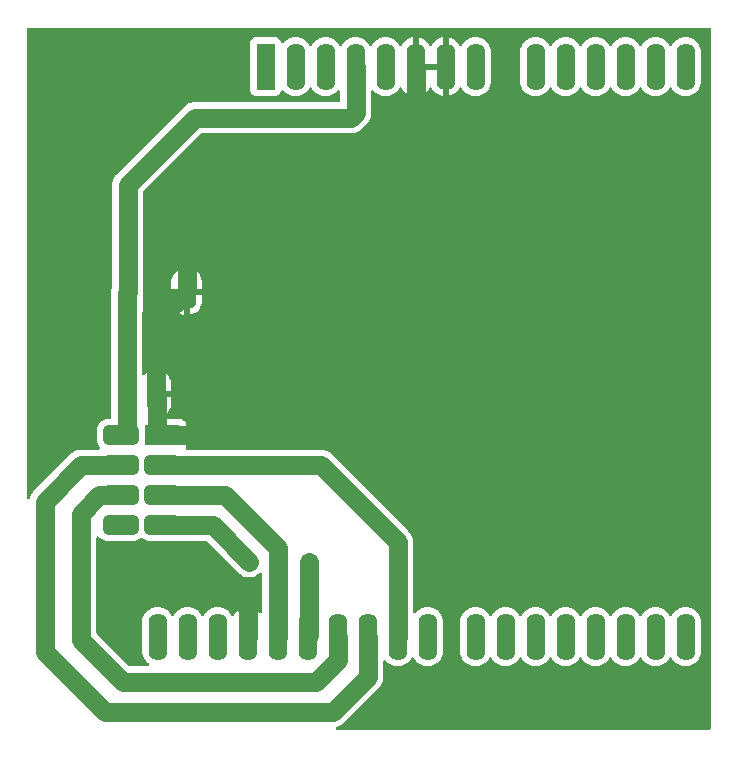
<source format=gbr>
%TF.GenerationSoftware,KiCad,Pcbnew,(6.0.9-0)*%
%TF.CreationDate,2022-11-27T21:40:56+04:00*%
%TF.ProjectId,KiCadPCB3,4b694361-6450-4434-9233-2e6b69636164,rev?*%
%TF.SameCoordinates,Original*%
%TF.FileFunction,Copper,L2,Bot*%
%TF.FilePolarity,Positive*%
%FSLAX46Y46*%
G04 Gerber Fmt 4.6, Leading zero omitted, Abs format (unit mm)*
G04 Created by KiCad (PCBNEW (6.0.9-0)) date 2022-11-27 21:40:56*
%MOMM*%
%LPD*%
G01*
G04 APERTURE LIST*
G04 Aperture macros list*
%AMRoundRect*
0 Rectangle with rounded corners*
0 $1 Rounding radius*
0 $2 $3 $4 $5 $6 $7 $8 $9 X,Y pos of 4 corners*
0 Add a 4 corners polygon primitive as box body*
4,1,4,$2,$3,$4,$5,$6,$7,$8,$9,$2,$3,0*
0 Add four circle primitives for the rounded corners*
1,1,$1+$1,$2,$3*
1,1,$1+$1,$4,$5*
1,1,$1+$1,$6,$7*
1,1,$1+$1,$8,$9*
0 Add four rect primitives between the rounded corners*
20,1,$1+$1,$2,$3,$4,$5,0*
20,1,$1+$1,$4,$5,$6,$7,0*
20,1,$1+$1,$6,$7,$8,$9,0*
20,1,$1+$1,$8,$9,$2,$3,0*%
G04 Aperture macros list end*
%TA.AperFunction,ComponentPad*%
%ADD10R,1.600000X3.000000*%
%TD*%
%TA.AperFunction,ComponentPad*%
%ADD11O,1.600000X3.000000*%
%TD*%
%TA.AperFunction,ComponentPad*%
%ADD12R,1.600000X4.000000*%
%TD*%
%TA.AperFunction,ComponentPad*%
%ADD13O,1.600000X4.000000*%
%TD*%
%TA.AperFunction,ComponentPad*%
%ADD14R,3.000000X1.700000*%
%TD*%
%TA.AperFunction,ComponentPad*%
%ADD15RoundRect,0.425000X1.075000X0.425000X-1.075000X0.425000X-1.075000X-0.425000X1.075000X-0.425000X0*%
%TD*%
%TA.AperFunction,ComponentPad*%
%ADD16RoundRect,0.425000X-1.075000X-0.425000X1.075000X-0.425000X1.075000X0.425000X-1.075000X0.425000X0*%
%TD*%
%TA.AperFunction,ViaPad*%
%ADD17C,0.800000*%
%TD*%
%TA.AperFunction,Conductor*%
%ADD18C,1.600000*%
%TD*%
G04 APERTURE END LIST*
D10*
%TO.P,C2,1*%
%TO.N,Net-(A1-Pad4)*%
X105039349Y-80772000D03*
D11*
%TO.P,C2,2*%
%TO.N,GND*%
X110039349Y-80772000D03*
%TD*%
D10*
%TO.P,C1,1*%
%TO.N,Net-(A1-Pad4)*%
X104943144Y-89408000D03*
D11*
%TO.P,C1,2*%
%TO.N,GND*%
X107443144Y-89408000D03*
%TD*%
D12*
%TO.P,A1,1,NC*%
%TO.N,unconnected-(A1-Pad1)*%
X116713000Y-61722000D03*
D13*
%TO.P,A1,2,IOREF*%
%TO.N,unconnected-(A1-Pad2)*%
X119253000Y-61722000D03*
%TO.P,A1,3,~{RESET}*%
%TO.N,unconnected-(A1-Pad3)*%
X121793000Y-61722000D03*
%TO.P,A1,4,3V3*%
%TO.N,Net-(A1-Pad4)*%
X124333000Y-61722000D03*
%TO.P,A1,5,+5V*%
%TO.N,unconnected-(A1-Pad5)*%
X126873000Y-61722000D03*
%TO.P,A1,6,GND*%
%TO.N,GND*%
X129413000Y-61722000D03*
%TO.P,A1,7,GND*%
X131953000Y-61722000D03*
%TO.P,A1,8,VIN*%
%TO.N,unconnected-(A1-Pad8)*%
X134493000Y-61722000D03*
%TO.P,A1,9,A0*%
%TO.N,unconnected-(A1-Pad9)*%
X139573000Y-61722000D03*
%TO.P,A1,10,A1*%
%TO.N,unconnected-(A1-Pad10)*%
X142113000Y-61722000D03*
%TO.P,A1,11,A2*%
%TO.N,unconnected-(A1-Pad11)*%
X144653000Y-61722000D03*
%TO.P,A1,12,A3*%
%TO.N,unconnected-(A1-Pad12)*%
X147193000Y-61722000D03*
%TO.P,A1,13,A4*%
%TO.N,unconnected-(A1-Pad13)*%
X149733000Y-61722000D03*
%TO.P,A1,14,A5*%
%TO.N,unconnected-(A1-Pad14)*%
X152273000Y-61722000D03*
%TO.P,A1,15,D0/RX*%
%TO.N,unconnected-(A1-Pad15)*%
X152273000Y-109982000D03*
%TO.P,A1,16,D1/TX*%
%TO.N,unconnected-(A1-Pad16)*%
X149733000Y-109982000D03*
%TO.P,A1,17,D2/SDA*%
%TO.N,unconnected-(A1-Pad17)*%
X147193000Y-109982000D03*
%TO.P,A1,18,D3/SCL*%
%TO.N,unconnected-(A1-Pad18)*%
X144653000Y-109982000D03*
%TO.P,A1,19,D4*%
%TO.N,unconnected-(A1-Pad19)*%
X142113000Y-109982000D03*
%TO.P,A1,20,D5*%
%TO.N,unconnected-(A1-Pad20)*%
X139573000Y-109982000D03*
%TO.P,A1,21,D6*%
%TO.N,unconnected-(A1-Pad21)*%
X137033000Y-109982000D03*
%TO.P,A1,22,D7*%
%TO.N,unconnected-(A1-Pad22)*%
X134493000Y-109982000D03*
%TO.P,A1,23,D8*%
%TO.N,unconnected-(A1-Pad23)*%
X130433000Y-109982000D03*
%TO.P,A1,24,D9*%
%TO.N,Net-(A1-Pad24)*%
X127893000Y-109982000D03*
%TO.P,A1,25,D10*%
%TO.N,Net-(A1-Pad25)*%
X125353000Y-109982000D03*
%TO.P,A1,26,D11*%
%TO.N,Net-(A1-Pad26)*%
X122813000Y-109982000D03*
%TO.P,A1,27,D12*%
%TO.N,Net-(A1-Pad27)*%
X120273000Y-109982000D03*
%TO.P,A1,28,D13*%
%TO.N,Net-(A1-Pad28)*%
X117733000Y-109982000D03*
%TO.P,A1,29,GND*%
%TO.N,GND*%
X115193000Y-109982000D03*
%TO.P,A1,30,AREF*%
%TO.N,unconnected-(A1-Pad30)*%
X112653000Y-109982000D03*
%TO.P,A1,31,SDA/D2*%
%TO.N,unconnected-(A1-Pad31)*%
X110113000Y-109982000D03*
%TO.P,A1,32,SCL/D3*%
%TO.N,unconnected-(A1-Pad32)*%
X107573000Y-109982000D03*
%TD*%
D14*
%TO.P,U1,1,GND*%
%TO.N,GND*%
X107988000Y-92927000D03*
D15*
%TO.P,U1,2,VCC*%
%TO.N,Net-(A1-Pad4)*%
X104448000Y-92927000D03*
%TO.P,U1,3,CE*%
%TO.N,Net-(A1-Pad24)*%
X107988000Y-95467000D03*
%TO.P,U1,4,~{CSN}*%
%TO.N,Net-(A1-Pad25)*%
X104448000Y-95467000D03*
%TO.P,U1,5,SCK*%
%TO.N,Net-(A1-Pad28)*%
X107988000Y-98007000D03*
%TO.P,U1,6,MOSI*%
%TO.N,Net-(A1-Pad26)*%
X104448000Y-98007000D03*
%TO.P,U1,7,MISO*%
%TO.N,Net-(A1-Pad27)*%
X107988000Y-100547000D03*
D16*
%TO.P,U1,8,IRQ*%
%TO.N,unconnected-(U1-Pad8)*%
X104448000Y-100547000D03*
%TD*%
D17*
%TO.N,GND*%
X110744000Y-103124000D03*
X110744000Y-92964000D03*
%TO.N,Net-(A1-Pad27)*%
X120396000Y-103632000D03*
X115316000Y-103632000D03*
%TD*%
D18*
%TO.N,GND*%
X110707000Y-92927000D02*
X110744000Y-92964000D01*
X107488000Y-92927000D02*
X110707000Y-92927000D01*
X110744000Y-103124000D02*
X115193000Y-107573000D01*
X115193000Y-107573000D02*
X115193000Y-109982000D01*
%TO.N,Net-(A1-Pad27)*%
X107488000Y-100547000D02*
X112231000Y-100547000D01*
X120396000Y-103632000D02*
X120396000Y-109859000D01*
X112231000Y-100547000D02*
X115316000Y-103632000D01*
X120396000Y-109859000D02*
X120273000Y-109982000D01*
%TO.N,GND*%
X110039349Y-80772000D02*
X110039349Y-72840651D01*
X113792000Y-69088000D02*
X129032000Y-69088000D01*
X110039349Y-72840651D02*
X113792000Y-69088000D01*
X129032000Y-69088000D02*
X129413000Y-68707000D01*
X129413000Y-68707000D02*
X129413000Y-61722000D01*
%TO.N,Net-(A1-Pad4)*%
X105039349Y-80772000D02*
X105039349Y-71744651D01*
X105039349Y-71744651D02*
X110744000Y-66040000D01*
X110744000Y-66040000D02*
X123952000Y-66040000D01*
X124333000Y-65659000D02*
X124333000Y-61722000D01*
X123952000Y-66040000D02*
X124333000Y-65659000D01*
%TO.N,GND*%
X107443144Y-89408000D02*
X107443144Y-83368205D01*
X107443144Y-83368205D02*
X110039349Y-80772000D01*
%TO.N,Net-(A1-Pad4)*%
X104943144Y-89408000D02*
X104943144Y-80868205D01*
X104943144Y-80868205D02*
X105039349Y-80772000D01*
%TO.N,Net-(A1-Pad25)*%
X104948000Y-95467000D02*
X101129000Y-95467000D01*
X101129000Y-95467000D02*
X98044000Y-98552000D01*
X98044000Y-98552000D02*
X98044000Y-111252000D01*
X98044000Y-111252000D02*
X103124000Y-116332000D01*
X103124000Y-116332000D02*
X122428000Y-116332000D01*
X122428000Y-116332000D02*
X125353000Y-113407000D01*
X125353000Y-113407000D02*
X125353000Y-109982000D01*
%TO.N,Net-(A1-Pad26)*%
X122813000Y-109982000D02*
X122813000Y-111982000D01*
X122813000Y-111982000D02*
X121003000Y-113792000D01*
X121003000Y-113792000D02*
X104648000Y-113792000D01*
X102653000Y-98007000D02*
X101092000Y-99568000D01*
X104948000Y-98007000D02*
X102653000Y-98007000D01*
X101092000Y-110236000D02*
X104648000Y-113792000D01*
X101092000Y-99568000D02*
X101092000Y-110236000D01*
%TO.N,GND*%
X107488000Y-92927000D02*
X107488000Y-89452856D01*
X107488000Y-89452856D02*
X107443144Y-89408000D01*
%TO.N,Net-(A1-Pad4)*%
X104948000Y-92927000D02*
X104948000Y-89412856D01*
X104948000Y-89412856D02*
X104943144Y-89408000D01*
%TO.N,Net-(A1-Pad24)*%
X107488000Y-95467000D02*
X121375000Y-95467000D01*
X121375000Y-95467000D02*
X127893000Y-101985000D01*
X127893000Y-101985000D02*
X127893000Y-109982000D01*
%TO.N,Net-(A1-Pad28)*%
X117733000Y-109982000D02*
X117733000Y-102493000D01*
X117733000Y-102493000D02*
X113247000Y-98007000D01*
X113247000Y-98007000D02*
X107488000Y-98007000D01*
%TD*%
%TA.AperFunction,Conductor*%
%TO.N,GND*%
G36*
X154373621Y-58440502D02*
G01*
X154420114Y-58494158D01*
X154431500Y-58546500D01*
X154431500Y-117729500D01*
X154411498Y-117797621D01*
X154357842Y-117844114D01*
X154305500Y-117855500D01*
X122763341Y-117855500D01*
X122695220Y-117835498D01*
X122648727Y-117781842D01*
X122638623Y-117711568D01*
X122668117Y-117646988D01*
X122727843Y-117608604D01*
X122741462Y-117605414D01*
X122762540Y-117601698D01*
X122762546Y-117601696D01*
X122767959Y-117600742D01*
X122816699Y-117583002D01*
X122827139Y-117579710D01*
X122877243Y-117566284D01*
X122924234Y-117544372D01*
X122934388Y-117540166D01*
X122977940Y-117524314D01*
X122983108Y-117522433D01*
X123028005Y-117496512D01*
X123037750Y-117491439D01*
X123079758Y-117471851D01*
X123079764Y-117471848D01*
X123084749Y-117469523D01*
X123127224Y-117439781D01*
X123136494Y-117433876D01*
X123176622Y-117410709D01*
X123176627Y-117410705D01*
X123181391Y-117407955D01*
X123185606Y-117404418D01*
X123185612Y-117404414D01*
X123221107Y-117374630D01*
X123229827Y-117367938D01*
X123267789Y-117341357D01*
X123267792Y-117341355D01*
X123272300Y-117338198D01*
X126359198Y-114251300D01*
X126388938Y-114208827D01*
X126395630Y-114200107D01*
X126425412Y-114164614D01*
X126425415Y-114164610D01*
X126428955Y-114160391D01*
X126431865Y-114155352D01*
X126454880Y-114115490D01*
X126460784Y-114106223D01*
X126487365Y-114068260D01*
X126487368Y-114068255D01*
X126490523Y-114063749D01*
X126512439Y-114016750D01*
X126517512Y-114007006D01*
X126540685Y-113966869D01*
X126543434Y-113962108D01*
X126561167Y-113913387D01*
X126565372Y-113903235D01*
X126584960Y-113861227D01*
X126584960Y-113861226D01*
X126587284Y-113856243D01*
X126600701Y-113806172D01*
X126604005Y-113795692D01*
X126619860Y-113752128D01*
X126621742Y-113746958D01*
X126630746Y-113695895D01*
X126633125Y-113685166D01*
X126645118Y-113640405D01*
X126646543Y-113635087D01*
X126651062Y-113583436D01*
X126652497Y-113572539D01*
X126660544Y-113526900D01*
X126661500Y-113521479D01*
X126661500Y-112103232D01*
X126681502Y-112035111D01*
X126735158Y-111988618D01*
X126805432Y-111978514D01*
X126870012Y-112008008D01*
X126883804Y-112022019D01*
X126886802Y-112026300D01*
X127048700Y-112188198D01*
X127053208Y-112191355D01*
X127053211Y-112191357D01*
X127131389Y-112246098D01*
X127236251Y-112319523D01*
X127241233Y-112321846D01*
X127241238Y-112321849D01*
X127429942Y-112409842D01*
X127443757Y-112416284D01*
X127449065Y-112417706D01*
X127449067Y-112417707D01*
X127659598Y-112474119D01*
X127659600Y-112474119D01*
X127664913Y-112475543D01*
X127893000Y-112495498D01*
X128121087Y-112475543D01*
X128126400Y-112474119D01*
X128126402Y-112474119D01*
X128336933Y-112417707D01*
X128336935Y-112417706D01*
X128342243Y-112416284D01*
X128356058Y-112409842D01*
X128544762Y-112321849D01*
X128544767Y-112321846D01*
X128549749Y-112319523D01*
X128654611Y-112246098D01*
X128732789Y-112191357D01*
X128732792Y-112191355D01*
X128737300Y-112188198D01*
X128899198Y-112026300D01*
X128912007Y-112008008D01*
X129027366Y-111843257D01*
X129030523Y-111838749D01*
X129032846Y-111833767D01*
X129032849Y-111833762D01*
X129048805Y-111799543D01*
X129095722Y-111746258D01*
X129163999Y-111726797D01*
X129231959Y-111747339D01*
X129277195Y-111799543D01*
X129293151Y-111833762D01*
X129293154Y-111833767D01*
X129295477Y-111838749D01*
X129298634Y-111843257D01*
X129413994Y-112008008D01*
X129426802Y-112026300D01*
X129588700Y-112188198D01*
X129593208Y-112191355D01*
X129593211Y-112191357D01*
X129671389Y-112246098D01*
X129776251Y-112319523D01*
X129781233Y-112321846D01*
X129781238Y-112321849D01*
X129969942Y-112409842D01*
X129983757Y-112416284D01*
X129989065Y-112417706D01*
X129989067Y-112417707D01*
X130199598Y-112474119D01*
X130199600Y-112474119D01*
X130204913Y-112475543D01*
X130433000Y-112495498D01*
X130661087Y-112475543D01*
X130666400Y-112474119D01*
X130666402Y-112474119D01*
X130876933Y-112417707D01*
X130876935Y-112417706D01*
X130882243Y-112416284D01*
X130896058Y-112409842D01*
X131084762Y-112321849D01*
X131084767Y-112321846D01*
X131089749Y-112319523D01*
X131194611Y-112246098D01*
X131272789Y-112191357D01*
X131272792Y-112191355D01*
X131277300Y-112188198D01*
X131439198Y-112026300D01*
X131452007Y-112008008D01*
X131567366Y-111843257D01*
X131570523Y-111838749D01*
X131572846Y-111833767D01*
X131572849Y-111833762D01*
X131664961Y-111636225D01*
X131664961Y-111636224D01*
X131667284Y-111631243D01*
X131707787Y-111480087D01*
X131725119Y-111415402D01*
X131725119Y-111415400D01*
X131726543Y-111410087D01*
X131741500Y-111239127D01*
X133184500Y-111239127D01*
X133199457Y-111410087D01*
X133200881Y-111415400D01*
X133200881Y-111415402D01*
X133218214Y-111480087D01*
X133258716Y-111631243D01*
X133261039Y-111636224D01*
X133261039Y-111636225D01*
X133353151Y-111833762D01*
X133353154Y-111833767D01*
X133355477Y-111838749D01*
X133358634Y-111843257D01*
X133473994Y-112008008D01*
X133486802Y-112026300D01*
X133648700Y-112188198D01*
X133653208Y-112191355D01*
X133653211Y-112191357D01*
X133731389Y-112246098D01*
X133836251Y-112319523D01*
X133841233Y-112321846D01*
X133841238Y-112321849D01*
X134029942Y-112409842D01*
X134043757Y-112416284D01*
X134049065Y-112417706D01*
X134049067Y-112417707D01*
X134259598Y-112474119D01*
X134259600Y-112474119D01*
X134264913Y-112475543D01*
X134493000Y-112495498D01*
X134721087Y-112475543D01*
X134726400Y-112474119D01*
X134726402Y-112474119D01*
X134936933Y-112417707D01*
X134936935Y-112417706D01*
X134942243Y-112416284D01*
X134956058Y-112409842D01*
X135144762Y-112321849D01*
X135144767Y-112321846D01*
X135149749Y-112319523D01*
X135254611Y-112246098D01*
X135332789Y-112191357D01*
X135332792Y-112191355D01*
X135337300Y-112188198D01*
X135499198Y-112026300D01*
X135512007Y-112008008D01*
X135627366Y-111843257D01*
X135630523Y-111838749D01*
X135632846Y-111833767D01*
X135632849Y-111833762D01*
X135648805Y-111799543D01*
X135695722Y-111746258D01*
X135763999Y-111726797D01*
X135831959Y-111747339D01*
X135877195Y-111799543D01*
X135893151Y-111833762D01*
X135893154Y-111833767D01*
X135895477Y-111838749D01*
X135898634Y-111843257D01*
X136013994Y-112008008D01*
X136026802Y-112026300D01*
X136188700Y-112188198D01*
X136193208Y-112191355D01*
X136193211Y-112191357D01*
X136271389Y-112246098D01*
X136376251Y-112319523D01*
X136381233Y-112321846D01*
X136381238Y-112321849D01*
X136569942Y-112409842D01*
X136583757Y-112416284D01*
X136589065Y-112417706D01*
X136589067Y-112417707D01*
X136799598Y-112474119D01*
X136799600Y-112474119D01*
X136804913Y-112475543D01*
X137033000Y-112495498D01*
X137261087Y-112475543D01*
X137266400Y-112474119D01*
X137266402Y-112474119D01*
X137476933Y-112417707D01*
X137476935Y-112417706D01*
X137482243Y-112416284D01*
X137496058Y-112409842D01*
X137684762Y-112321849D01*
X137684767Y-112321846D01*
X137689749Y-112319523D01*
X137794611Y-112246098D01*
X137872789Y-112191357D01*
X137872792Y-112191355D01*
X137877300Y-112188198D01*
X138039198Y-112026300D01*
X138052007Y-112008008D01*
X138167366Y-111843257D01*
X138170523Y-111838749D01*
X138172846Y-111833767D01*
X138172849Y-111833762D01*
X138188805Y-111799543D01*
X138235722Y-111746258D01*
X138303999Y-111726797D01*
X138371959Y-111747339D01*
X138417195Y-111799543D01*
X138433151Y-111833762D01*
X138433154Y-111833767D01*
X138435477Y-111838749D01*
X138438634Y-111843257D01*
X138553994Y-112008008D01*
X138566802Y-112026300D01*
X138728700Y-112188198D01*
X138733208Y-112191355D01*
X138733211Y-112191357D01*
X138811389Y-112246098D01*
X138916251Y-112319523D01*
X138921233Y-112321846D01*
X138921238Y-112321849D01*
X139109942Y-112409842D01*
X139123757Y-112416284D01*
X139129065Y-112417706D01*
X139129067Y-112417707D01*
X139339598Y-112474119D01*
X139339600Y-112474119D01*
X139344913Y-112475543D01*
X139573000Y-112495498D01*
X139801087Y-112475543D01*
X139806400Y-112474119D01*
X139806402Y-112474119D01*
X140016933Y-112417707D01*
X140016935Y-112417706D01*
X140022243Y-112416284D01*
X140036058Y-112409842D01*
X140224762Y-112321849D01*
X140224767Y-112321846D01*
X140229749Y-112319523D01*
X140334611Y-112246098D01*
X140412789Y-112191357D01*
X140412792Y-112191355D01*
X140417300Y-112188198D01*
X140579198Y-112026300D01*
X140592007Y-112008008D01*
X140707366Y-111843257D01*
X140710523Y-111838749D01*
X140712846Y-111833767D01*
X140712849Y-111833762D01*
X140728805Y-111799543D01*
X140775722Y-111746258D01*
X140843999Y-111726797D01*
X140911959Y-111747339D01*
X140957195Y-111799543D01*
X140973151Y-111833762D01*
X140973154Y-111833767D01*
X140975477Y-111838749D01*
X140978634Y-111843257D01*
X141093994Y-112008008D01*
X141106802Y-112026300D01*
X141268700Y-112188198D01*
X141273208Y-112191355D01*
X141273211Y-112191357D01*
X141351389Y-112246098D01*
X141456251Y-112319523D01*
X141461233Y-112321846D01*
X141461238Y-112321849D01*
X141649942Y-112409842D01*
X141663757Y-112416284D01*
X141669065Y-112417706D01*
X141669067Y-112417707D01*
X141879598Y-112474119D01*
X141879600Y-112474119D01*
X141884913Y-112475543D01*
X142113000Y-112495498D01*
X142341087Y-112475543D01*
X142346400Y-112474119D01*
X142346402Y-112474119D01*
X142556933Y-112417707D01*
X142556935Y-112417706D01*
X142562243Y-112416284D01*
X142576058Y-112409842D01*
X142764762Y-112321849D01*
X142764767Y-112321846D01*
X142769749Y-112319523D01*
X142874611Y-112246098D01*
X142952789Y-112191357D01*
X142952792Y-112191355D01*
X142957300Y-112188198D01*
X143119198Y-112026300D01*
X143132007Y-112008008D01*
X143247366Y-111843257D01*
X143250523Y-111838749D01*
X143252846Y-111833767D01*
X143252849Y-111833762D01*
X143268805Y-111799543D01*
X143315722Y-111746258D01*
X143383999Y-111726797D01*
X143451959Y-111747339D01*
X143497195Y-111799543D01*
X143513151Y-111833762D01*
X143513154Y-111833767D01*
X143515477Y-111838749D01*
X143518634Y-111843257D01*
X143633994Y-112008008D01*
X143646802Y-112026300D01*
X143808700Y-112188198D01*
X143813208Y-112191355D01*
X143813211Y-112191357D01*
X143891389Y-112246098D01*
X143996251Y-112319523D01*
X144001233Y-112321846D01*
X144001238Y-112321849D01*
X144189942Y-112409842D01*
X144203757Y-112416284D01*
X144209065Y-112417706D01*
X144209067Y-112417707D01*
X144419598Y-112474119D01*
X144419600Y-112474119D01*
X144424913Y-112475543D01*
X144653000Y-112495498D01*
X144881087Y-112475543D01*
X144886400Y-112474119D01*
X144886402Y-112474119D01*
X145096933Y-112417707D01*
X145096935Y-112417706D01*
X145102243Y-112416284D01*
X145116058Y-112409842D01*
X145304762Y-112321849D01*
X145304767Y-112321846D01*
X145309749Y-112319523D01*
X145414611Y-112246098D01*
X145492789Y-112191357D01*
X145492792Y-112191355D01*
X145497300Y-112188198D01*
X145659198Y-112026300D01*
X145672007Y-112008008D01*
X145787366Y-111843257D01*
X145790523Y-111838749D01*
X145792846Y-111833767D01*
X145792849Y-111833762D01*
X145808805Y-111799543D01*
X145855722Y-111746258D01*
X145923999Y-111726797D01*
X145991959Y-111747339D01*
X146037195Y-111799543D01*
X146053151Y-111833762D01*
X146053154Y-111833767D01*
X146055477Y-111838749D01*
X146058634Y-111843257D01*
X146173994Y-112008008D01*
X146186802Y-112026300D01*
X146348700Y-112188198D01*
X146353208Y-112191355D01*
X146353211Y-112191357D01*
X146431389Y-112246098D01*
X146536251Y-112319523D01*
X146541233Y-112321846D01*
X146541238Y-112321849D01*
X146729942Y-112409842D01*
X146743757Y-112416284D01*
X146749065Y-112417706D01*
X146749067Y-112417707D01*
X146959598Y-112474119D01*
X146959600Y-112474119D01*
X146964913Y-112475543D01*
X147193000Y-112495498D01*
X147421087Y-112475543D01*
X147426400Y-112474119D01*
X147426402Y-112474119D01*
X147636933Y-112417707D01*
X147636935Y-112417706D01*
X147642243Y-112416284D01*
X147656058Y-112409842D01*
X147844762Y-112321849D01*
X147844767Y-112321846D01*
X147849749Y-112319523D01*
X147954611Y-112246098D01*
X148032789Y-112191357D01*
X148032792Y-112191355D01*
X148037300Y-112188198D01*
X148199198Y-112026300D01*
X148212007Y-112008008D01*
X148327366Y-111843257D01*
X148330523Y-111838749D01*
X148332846Y-111833767D01*
X148332849Y-111833762D01*
X148348805Y-111799543D01*
X148395722Y-111746258D01*
X148463999Y-111726797D01*
X148531959Y-111747339D01*
X148577195Y-111799543D01*
X148593151Y-111833762D01*
X148593154Y-111833767D01*
X148595477Y-111838749D01*
X148598634Y-111843257D01*
X148713994Y-112008008D01*
X148726802Y-112026300D01*
X148888700Y-112188198D01*
X148893208Y-112191355D01*
X148893211Y-112191357D01*
X148971389Y-112246098D01*
X149076251Y-112319523D01*
X149081233Y-112321846D01*
X149081238Y-112321849D01*
X149269942Y-112409842D01*
X149283757Y-112416284D01*
X149289065Y-112417706D01*
X149289067Y-112417707D01*
X149499598Y-112474119D01*
X149499600Y-112474119D01*
X149504913Y-112475543D01*
X149733000Y-112495498D01*
X149961087Y-112475543D01*
X149966400Y-112474119D01*
X149966402Y-112474119D01*
X150176933Y-112417707D01*
X150176935Y-112417706D01*
X150182243Y-112416284D01*
X150196058Y-112409842D01*
X150384762Y-112321849D01*
X150384767Y-112321846D01*
X150389749Y-112319523D01*
X150494611Y-112246098D01*
X150572789Y-112191357D01*
X150572792Y-112191355D01*
X150577300Y-112188198D01*
X150739198Y-112026300D01*
X150752007Y-112008008D01*
X150867366Y-111843257D01*
X150870523Y-111838749D01*
X150872846Y-111833767D01*
X150872849Y-111833762D01*
X150888805Y-111799543D01*
X150935722Y-111746258D01*
X151003999Y-111726797D01*
X151071959Y-111747339D01*
X151117195Y-111799543D01*
X151133151Y-111833762D01*
X151133154Y-111833767D01*
X151135477Y-111838749D01*
X151138634Y-111843257D01*
X151253994Y-112008008D01*
X151266802Y-112026300D01*
X151428700Y-112188198D01*
X151433208Y-112191355D01*
X151433211Y-112191357D01*
X151511389Y-112246098D01*
X151616251Y-112319523D01*
X151621233Y-112321846D01*
X151621238Y-112321849D01*
X151809942Y-112409842D01*
X151823757Y-112416284D01*
X151829065Y-112417706D01*
X151829067Y-112417707D01*
X152039598Y-112474119D01*
X152039600Y-112474119D01*
X152044913Y-112475543D01*
X152273000Y-112495498D01*
X152501087Y-112475543D01*
X152506400Y-112474119D01*
X152506402Y-112474119D01*
X152716933Y-112417707D01*
X152716935Y-112417706D01*
X152722243Y-112416284D01*
X152736058Y-112409842D01*
X152924762Y-112321849D01*
X152924767Y-112321846D01*
X152929749Y-112319523D01*
X153034611Y-112246098D01*
X153112789Y-112191357D01*
X153112792Y-112191355D01*
X153117300Y-112188198D01*
X153279198Y-112026300D01*
X153292007Y-112008008D01*
X153407366Y-111843257D01*
X153410523Y-111838749D01*
X153412846Y-111833767D01*
X153412849Y-111833762D01*
X153504961Y-111636225D01*
X153504961Y-111636224D01*
X153507284Y-111631243D01*
X153547787Y-111480087D01*
X153565119Y-111415402D01*
X153565119Y-111415400D01*
X153566543Y-111410087D01*
X153581500Y-111239127D01*
X153581500Y-108724873D01*
X153566543Y-108553913D01*
X153507284Y-108332757D01*
X153412966Y-108130489D01*
X153412849Y-108130238D01*
X153412846Y-108130233D01*
X153410523Y-108125251D01*
X153312658Y-107985486D01*
X153282357Y-107942211D01*
X153282355Y-107942208D01*
X153279198Y-107937700D01*
X153117300Y-107775802D01*
X153112792Y-107772645D01*
X153112789Y-107772643D01*
X153034611Y-107717902D01*
X152929749Y-107644477D01*
X152924767Y-107642154D01*
X152924762Y-107642151D01*
X152727225Y-107550039D01*
X152727224Y-107550039D01*
X152722243Y-107547716D01*
X152716935Y-107546294D01*
X152716933Y-107546293D01*
X152506402Y-107489881D01*
X152506400Y-107489881D01*
X152501087Y-107488457D01*
X152273000Y-107468502D01*
X152044913Y-107488457D01*
X152039600Y-107489881D01*
X152039598Y-107489881D01*
X151829067Y-107546293D01*
X151829065Y-107546294D01*
X151823757Y-107547716D01*
X151818776Y-107550039D01*
X151818775Y-107550039D01*
X151621238Y-107642151D01*
X151621233Y-107642154D01*
X151616251Y-107644477D01*
X151511389Y-107717902D01*
X151433211Y-107772643D01*
X151433208Y-107772645D01*
X151428700Y-107775802D01*
X151266802Y-107937700D01*
X151263645Y-107942208D01*
X151263643Y-107942211D01*
X151233342Y-107985486D01*
X151135477Y-108125251D01*
X151133154Y-108130233D01*
X151133151Y-108130238D01*
X151117195Y-108164457D01*
X151070278Y-108217742D01*
X151002001Y-108237203D01*
X150934041Y-108216661D01*
X150888805Y-108164457D01*
X150872849Y-108130238D01*
X150872846Y-108130233D01*
X150870523Y-108125251D01*
X150772658Y-107985486D01*
X150742357Y-107942211D01*
X150742355Y-107942208D01*
X150739198Y-107937700D01*
X150577300Y-107775802D01*
X150572792Y-107772645D01*
X150572789Y-107772643D01*
X150494611Y-107717902D01*
X150389749Y-107644477D01*
X150384767Y-107642154D01*
X150384762Y-107642151D01*
X150187225Y-107550039D01*
X150187224Y-107550039D01*
X150182243Y-107547716D01*
X150176935Y-107546294D01*
X150176933Y-107546293D01*
X149966402Y-107489881D01*
X149966400Y-107489881D01*
X149961087Y-107488457D01*
X149733000Y-107468502D01*
X149504913Y-107488457D01*
X149499600Y-107489881D01*
X149499598Y-107489881D01*
X149289067Y-107546293D01*
X149289065Y-107546294D01*
X149283757Y-107547716D01*
X149278776Y-107550039D01*
X149278775Y-107550039D01*
X149081238Y-107642151D01*
X149081233Y-107642154D01*
X149076251Y-107644477D01*
X148971389Y-107717902D01*
X148893211Y-107772643D01*
X148893208Y-107772645D01*
X148888700Y-107775802D01*
X148726802Y-107937700D01*
X148723645Y-107942208D01*
X148723643Y-107942211D01*
X148693342Y-107985486D01*
X148595477Y-108125251D01*
X148593154Y-108130233D01*
X148593151Y-108130238D01*
X148577195Y-108164457D01*
X148530278Y-108217742D01*
X148462001Y-108237203D01*
X148394041Y-108216661D01*
X148348805Y-108164457D01*
X148332849Y-108130238D01*
X148332846Y-108130233D01*
X148330523Y-108125251D01*
X148232658Y-107985486D01*
X148202357Y-107942211D01*
X148202355Y-107942208D01*
X148199198Y-107937700D01*
X148037300Y-107775802D01*
X148032792Y-107772645D01*
X148032789Y-107772643D01*
X147954611Y-107717902D01*
X147849749Y-107644477D01*
X147844767Y-107642154D01*
X147844762Y-107642151D01*
X147647225Y-107550039D01*
X147647224Y-107550039D01*
X147642243Y-107547716D01*
X147636935Y-107546294D01*
X147636933Y-107546293D01*
X147426402Y-107489881D01*
X147426400Y-107489881D01*
X147421087Y-107488457D01*
X147193000Y-107468502D01*
X146964913Y-107488457D01*
X146959600Y-107489881D01*
X146959598Y-107489881D01*
X146749067Y-107546293D01*
X146749065Y-107546294D01*
X146743757Y-107547716D01*
X146738776Y-107550039D01*
X146738775Y-107550039D01*
X146541238Y-107642151D01*
X146541233Y-107642154D01*
X146536251Y-107644477D01*
X146431389Y-107717902D01*
X146353211Y-107772643D01*
X146353208Y-107772645D01*
X146348700Y-107775802D01*
X146186802Y-107937700D01*
X146183645Y-107942208D01*
X146183643Y-107942211D01*
X146153342Y-107985486D01*
X146055477Y-108125251D01*
X146053154Y-108130233D01*
X146053151Y-108130238D01*
X146037195Y-108164457D01*
X145990278Y-108217742D01*
X145922001Y-108237203D01*
X145854041Y-108216661D01*
X145808805Y-108164457D01*
X145792849Y-108130238D01*
X145792846Y-108130233D01*
X145790523Y-108125251D01*
X145692658Y-107985486D01*
X145662357Y-107942211D01*
X145662355Y-107942208D01*
X145659198Y-107937700D01*
X145497300Y-107775802D01*
X145492792Y-107772645D01*
X145492789Y-107772643D01*
X145414611Y-107717902D01*
X145309749Y-107644477D01*
X145304767Y-107642154D01*
X145304762Y-107642151D01*
X145107225Y-107550039D01*
X145107224Y-107550039D01*
X145102243Y-107547716D01*
X145096935Y-107546294D01*
X145096933Y-107546293D01*
X144886402Y-107489881D01*
X144886400Y-107489881D01*
X144881087Y-107488457D01*
X144653000Y-107468502D01*
X144424913Y-107488457D01*
X144419600Y-107489881D01*
X144419598Y-107489881D01*
X144209067Y-107546293D01*
X144209065Y-107546294D01*
X144203757Y-107547716D01*
X144198776Y-107550039D01*
X144198775Y-107550039D01*
X144001238Y-107642151D01*
X144001233Y-107642154D01*
X143996251Y-107644477D01*
X143891389Y-107717902D01*
X143813211Y-107772643D01*
X143813208Y-107772645D01*
X143808700Y-107775802D01*
X143646802Y-107937700D01*
X143643645Y-107942208D01*
X143643643Y-107942211D01*
X143613342Y-107985486D01*
X143515477Y-108125251D01*
X143513154Y-108130233D01*
X143513151Y-108130238D01*
X143497195Y-108164457D01*
X143450278Y-108217742D01*
X143382001Y-108237203D01*
X143314041Y-108216661D01*
X143268805Y-108164457D01*
X143252849Y-108130238D01*
X143252846Y-108130233D01*
X143250523Y-108125251D01*
X143152658Y-107985486D01*
X143122357Y-107942211D01*
X143122355Y-107942208D01*
X143119198Y-107937700D01*
X142957300Y-107775802D01*
X142952792Y-107772645D01*
X142952789Y-107772643D01*
X142874611Y-107717902D01*
X142769749Y-107644477D01*
X142764767Y-107642154D01*
X142764762Y-107642151D01*
X142567225Y-107550039D01*
X142567224Y-107550039D01*
X142562243Y-107547716D01*
X142556935Y-107546294D01*
X142556933Y-107546293D01*
X142346402Y-107489881D01*
X142346400Y-107489881D01*
X142341087Y-107488457D01*
X142113000Y-107468502D01*
X141884913Y-107488457D01*
X141879600Y-107489881D01*
X141879598Y-107489881D01*
X141669067Y-107546293D01*
X141669065Y-107546294D01*
X141663757Y-107547716D01*
X141658776Y-107550039D01*
X141658775Y-107550039D01*
X141461238Y-107642151D01*
X141461233Y-107642154D01*
X141456251Y-107644477D01*
X141351389Y-107717902D01*
X141273211Y-107772643D01*
X141273208Y-107772645D01*
X141268700Y-107775802D01*
X141106802Y-107937700D01*
X141103645Y-107942208D01*
X141103643Y-107942211D01*
X141073342Y-107985486D01*
X140975477Y-108125251D01*
X140973154Y-108130233D01*
X140973151Y-108130238D01*
X140957195Y-108164457D01*
X140910278Y-108217742D01*
X140842001Y-108237203D01*
X140774041Y-108216661D01*
X140728805Y-108164457D01*
X140712849Y-108130238D01*
X140712846Y-108130233D01*
X140710523Y-108125251D01*
X140612658Y-107985486D01*
X140582357Y-107942211D01*
X140582355Y-107942208D01*
X140579198Y-107937700D01*
X140417300Y-107775802D01*
X140412792Y-107772645D01*
X140412789Y-107772643D01*
X140334611Y-107717902D01*
X140229749Y-107644477D01*
X140224767Y-107642154D01*
X140224762Y-107642151D01*
X140027225Y-107550039D01*
X140027224Y-107550039D01*
X140022243Y-107547716D01*
X140016935Y-107546294D01*
X140016933Y-107546293D01*
X139806402Y-107489881D01*
X139806400Y-107489881D01*
X139801087Y-107488457D01*
X139573000Y-107468502D01*
X139344913Y-107488457D01*
X139339600Y-107489881D01*
X139339598Y-107489881D01*
X139129067Y-107546293D01*
X139129065Y-107546294D01*
X139123757Y-107547716D01*
X139118776Y-107550039D01*
X139118775Y-107550039D01*
X138921238Y-107642151D01*
X138921233Y-107642154D01*
X138916251Y-107644477D01*
X138811389Y-107717902D01*
X138733211Y-107772643D01*
X138733208Y-107772645D01*
X138728700Y-107775802D01*
X138566802Y-107937700D01*
X138563645Y-107942208D01*
X138563643Y-107942211D01*
X138533342Y-107985486D01*
X138435477Y-108125251D01*
X138433154Y-108130233D01*
X138433151Y-108130238D01*
X138417195Y-108164457D01*
X138370278Y-108217742D01*
X138302001Y-108237203D01*
X138234041Y-108216661D01*
X138188805Y-108164457D01*
X138172849Y-108130238D01*
X138172846Y-108130233D01*
X138170523Y-108125251D01*
X138072658Y-107985486D01*
X138042357Y-107942211D01*
X138042355Y-107942208D01*
X138039198Y-107937700D01*
X137877300Y-107775802D01*
X137872792Y-107772645D01*
X137872789Y-107772643D01*
X137794611Y-107717902D01*
X137689749Y-107644477D01*
X137684767Y-107642154D01*
X137684762Y-107642151D01*
X137487225Y-107550039D01*
X137487224Y-107550039D01*
X137482243Y-107547716D01*
X137476935Y-107546294D01*
X137476933Y-107546293D01*
X137266402Y-107489881D01*
X137266400Y-107489881D01*
X137261087Y-107488457D01*
X137033000Y-107468502D01*
X136804913Y-107488457D01*
X136799600Y-107489881D01*
X136799598Y-107489881D01*
X136589067Y-107546293D01*
X136589065Y-107546294D01*
X136583757Y-107547716D01*
X136578776Y-107550039D01*
X136578775Y-107550039D01*
X136381238Y-107642151D01*
X136381233Y-107642154D01*
X136376251Y-107644477D01*
X136271389Y-107717902D01*
X136193211Y-107772643D01*
X136193208Y-107772645D01*
X136188700Y-107775802D01*
X136026802Y-107937700D01*
X136023645Y-107942208D01*
X136023643Y-107942211D01*
X135993342Y-107985486D01*
X135895477Y-108125251D01*
X135893154Y-108130233D01*
X135893151Y-108130238D01*
X135877195Y-108164457D01*
X135830278Y-108217742D01*
X135762001Y-108237203D01*
X135694041Y-108216661D01*
X135648805Y-108164457D01*
X135632849Y-108130238D01*
X135632846Y-108130233D01*
X135630523Y-108125251D01*
X135532658Y-107985486D01*
X135502357Y-107942211D01*
X135502355Y-107942208D01*
X135499198Y-107937700D01*
X135337300Y-107775802D01*
X135332792Y-107772645D01*
X135332789Y-107772643D01*
X135254611Y-107717902D01*
X135149749Y-107644477D01*
X135144767Y-107642154D01*
X135144762Y-107642151D01*
X134947225Y-107550039D01*
X134947224Y-107550039D01*
X134942243Y-107547716D01*
X134936935Y-107546294D01*
X134936933Y-107546293D01*
X134726402Y-107489881D01*
X134726400Y-107489881D01*
X134721087Y-107488457D01*
X134493000Y-107468502D01*
X134264913Y-107488457D01*
X134259600Y-107489881D01*
X134259598Y-107489881D01*
X134049067Y-107546293D01*
X134049065Y-107546294D01*
X134043757Y-107547716D01*
X134038776Y-107550039D01*
X134038775Y-107550039D01*
X133841238Y-107642151D01*
X133841233Y-107642154D01*
X133836251Y-107644477D01*
X133731389Y-107717902D01*
X133653211Y-107772643D01*
X133653208Y-107772645D01*
X133648700Y-107775802D01*
X133486802Y-107937700D01*
X133483645Y-107942208D01*
X133483643Y-107942211D01*
X133453342Y-107985486D01*
X133355477Y-108125251D01*
X133353154Y-108130233D01*
X133353151Y-108130238D01*
X133353034Y-108130489D01*
X133258716Y-108332757D01*
X133199457Y-108553913D01*
X133184500Y-108724873D01*
X133184500Y-111239127D01*
X131741500Y-111239127D01*
X131741500Y-108724873D01*
X131726543Y-108553913D01*
X131667284Y-108332757D01*
X131572966Y-108130489D01*
X131572849Y-108130238D01*
X131572846Y-108130233D01*
X131570523Y-108125251D01*
X131472658Y-107985486D01*
X131442357Y-107942211D01*
X131442355Y-107942208D01*
X131439198Y-107937700D01*
X131277300Y-107775802D01*
X131272792Y-107772645D01*
X131272789Y-107772643D01*
X131194611Y-107717902D01*
X131089749Y-107644477D01*
X131084767Y-107642154D01*
X131084762Y-107642151D01*
X130887225Y-107550039D01*
X130887224Y-107550039D01*
X130882243Y-107547716D01*
X130876935Y-107546294D01*
X130876933Y-107546293D01*
X130666402Y-107489881D01*
X130666400Y-107489881D01*
X130661087Y-107488457D01*
X130433000Y-107468502D01*
X130204913Y-107488457D01*
X130199600Y-107489881D01*
X130199598Y-107489881D01*
X129989067Y-107546293D01*
X129989065Y-107546294D01*
X129983757Y-107547716D01*
X129978776Y-107550039D01*
X129978775Y-107550039D01*
X129781238Y-107642151D01*
X129781233Y-107642154D01*
X129776251Y-107644477D01*
X129671389Y-107717902D01*
X129593211Y-107772643D01*
X129593208Y-107772645D01*
X129588700Y-107775802D01*
X129426802Y-107937700D01*
X129423903Y-107941841D01*
X129364906Y-107981088D01*
X129293918Y-107982210D01*
X129233592Y-107944776D01*
X129203082Y-107880670D01*
X129201500Y-107860768D01*
X129201500Y-101870521D01*
X129192497Y-101819461D01*
X129191062Y-101808565D01*
X129187022Y-101762392D01*
X129186543Y-101756913D01*
X129173125Y-101706837D01*
X129170747Y-101696112D01*
X129164329Y-101659715D01*
X129161742Y-101645041D01*
X129144002Y-101596301D01*
X129140710Y-101585861D01*
X129127284Y-101535757D01*
X129105372Y-101488766D01*
X129101166Y-101478612D01*
X129085314Y-101435060D01*
X129083433Y-101429892D01*
X129057512Y-101384995D01*
X129052439Y-101375250D01*
X129032851Y-101333242D01*
X129032848Y-101333236D01*
X129030523Y-101328251D01*
X129000781Y-101285776D01*
X128994876Y-101276506D01*
X128971709Y-101236378D01*
X128971705Y-101236373D01*
X128968955Y-101231609D01*
X128965418Y-101227394D01*
X128965414Y-101227388D01*
X128935630Y-101191893D01*
X128928938Y-101183173D01*
X128902357Y-101145211D01*
X128902355Y-101145208D01*
X128899198Y-101140700D01*
X122219300Y-94460802D01*
X122214792Y-94457645D01*
X122214789Y-94457643D01*
X122176827Y-94431062D01*
X122168107Y-94424370D01*
X122132612Y-94394586D01*
X122132606Y-94394582D01*
X122128391Y-94391045D01*
X122123627Y-94388295D01*
X122123622Y-94388291D01*
X122083494Y-94365124D01*
X122074220Y-94359216D01*
X122036259Y-94332635D01*
X122031749Y-94329477D01*
X122026764Y-94327152D01*
X122026758Y-94327149D01*
X121984750Y-94307561D01*
X121975005Y-94302488D01*
X121930108Y-94276567D01*
X121881389Y-94258834D01*
X121871234Y-94254628D01*
X121870159Y-94254127D01*
X121824243Y-94232716D01*
X121774139Y-94219290D01*
X121763699Y-94215998D01*
X121714959Y-94198258D01*
X121684219Y-94192838D01*
X121663888Y-94189253D01*
X121653163Y-94186875D01*
X121603087Y-94173457D01*
X121551435Y-94168938D01*
X121540538Y-94167503D01*
X121530324Y-94165702D01*
X121489479Y-94158500D01*
X110069347Y-94158500D01*
X110001226Y-94138498D01*
X109954733Y-94084842D01*
X109944629Y-94014568D01*
X109951365Y-93988270D01*
X109986478Y-93894606D01*
X109990105Y-93879351D01*
X109995631Y-93828486D01*
X109996000Y-93821672D01*
X109996000Y-93199115D01*
X109991525Y-93183876D01*
X109990135Y-93182671D01*
X109982452Y-93181000D01*
X107860000Y-93181000D01*
X107791879Y-93160998D01*
X107745386Y-93107342D01*
X107734000Y-93055000D01*
X107734000Y-92654885D01*
X108242000Y-92654885D01*
X108246475Y-92670124D01*
X108247865Y-92671329D01*
X108255548Y-92673000D01*
X109977884Y-92673000D01*
X109993123Y-92668525D01*
X109994328Y-92667135D01*
X109995999Y-92659452D01*
X109995999Y-92032331D01*
X109995629Y-92025510D01*
X109990105Y-91974648D01*
X109986479Y-91959396D01*
X109941324Y-91838946D01*
X109932786Y-91823351D01*
X109856285Y-91721276D01*
X109843724Y-91708715D01*
X109741649Y-91632214D01*
X109726054Y-91623676D01*
X109605606Y-91578522D01*
X109590351Y-91574895D01*
X109539486Y-91569369D01*
X109532672Y-91569000D01*
X108260115Y-91569000D01*
X108244876Y-91573475D01*
X108243671Y-91574865D01*
X108242000Y-91582548D01*
X108242000Y-92654885D01*
X107734000Y-92654885D01*
X107734000Y-91587116D01*
X107723909Y-91552750D01*
X107706205Y-91525200D01*
X107706207Y-91454204D01*
X107744592Y-91394479D01*
X107794491Y-91367998D01*
X107886905Y-91343236D01*
X107897197Y-91339490D01*
X108094655Y-91247414D01*
X108104151Y-91241931D01*
X108282611Y-91116972D01*
X108291019Y-91109916D01*
X108445060Y-90955875D01*
X108452116Y-90947467D01*
X108577075Y-90769007D01*
X108582558Y-90759511D01*
X108674634Y-90562053D01*
X108678380Y-90551761D01*
X108734769Y-90341312D01*
X108736672Y-90330519D01*
X108750906Y-90167830D01*
X108751144Y-90162365D01*
X108751144Y-89680115D01*
X108746669Y-89664876D01*
X108745279Y-89663671D01*
X108737596Y-89662000D01*
X107315144Y-89662000D01*
X107247023Y-89641998D01*
X107200530Y-89588342D01*
X107189144Y-89536000D01*
X107189144Y-89135885D01*
X107697144Y-89135885D01*
X107701619Y-89151124D01*
X107703009Y-89152329D01*
X107710692Y-89154000D01*
X108733029Y-89154000D01*
X108748268Y-89149525D01*
X108749473Y-89148135D01*
X108751144Y-89140452D01*
X108751144Y-88653635D01*
X108750906Y-88648170D01*
X108736672Y-88485481D01*
X108734769Y-88474688D01*
X108678380Y-88264239D01*
X108674634Y-88253947D01*
X108582558Y-88056489D01*
X108577075Y-88046993D01*
X108452116Y-87868533D01*
X108445060Y-87860125D01*
X108291019Y-87706084D01*
X108282611Y-87699028D01*
X108104151Y-87574069D01*
X108094655Y-87568586D01*
X107897197Y-87476510D01*
X107886905Y-87472764D01*
X107714641Y-87426606D01*
X107700545Y-87426942D01*
X107697144Y-87434884D01*
X107697144Y-89135885D01*
X107189144Y-89135885D01*
X107189144Y-87440033D01*
X107185171Y-87426502D01*
X107176622Y-87425273D01*
X106999383Y-87472764D01*
X106989091Y-87476510D01*
X106791633Y-87568586D01*
X106782137Y-87574069D01*
X106603677Y-87699028D01*
X106595269Y-87706084D01*
X106466739Y-87834614D01*
X106404427Y-87868640D01*
X106333612Y-87863575D01*
X106276776Y-87821028D01*
X106251965Y-87754508D01*
X106251644Y-87745519D01*
X106251644Y-82611811D01*
X106271646Y-82543690D01*
X106276817Y-82536247D01*
X106284578Y-82525891D01*
X106289964Y-82518705D01*
X106341094Y-82382316D01*
X106347849Y-82320134D01*
X106347849Y-81526365D01*
X108731349Y-81526365D01*
X108731587Y-81531830D01*
X108745821Y-81694519D01*
X108747724Y-81705312D01*
X108804113Y-81915761D01*
X108807859Y-81926053D01*
X108899935Y-82123511D01*
X108905418Y-82133007D01*
X109030377Y-82311467D01*
X109037433Y-82319875D01*
X109191474Y-82473916D01*
X109199882Y-82480972D01*
X109378342Y-82605931D01*
X109387838Y-82611414D01*
X109585296Y-82703490D01*
X109595588Y-82707236D01*
X109767852Y-82753394D01*
X109781948Y-82753058D01*
X109785349Y-82745116D01*
X109785349Y-82739967D01*
X110293349Y-82739967D01*
X110297322Y-82753498D01*
X110305871Y-82754727D01*
X110483110Y-82707236D01*
X110493402Y-82703490D01*
X110690860Y-82611414D01*
X110700356Y-82605931D01*
X110878816Y-82480972D01*
X110887224Y-82473916D01*
X111041265Y-82319875D01*
X111048321Y-82311467D01*
X111173280Y-82133007D01*
X111178763Y-82123511D01*
X111270839Y-81926053D01*
X111274585Y-81915761D01*
X111330974Y-81705312D01*
X111332877Y-81694519D01*
X111347111Y-81531830D01*
X111347349Y-81526365D01*
X111347349Y-81044115D01*
X111342874Y-81028876D01*
X111341484Y-81027671D01*
X111333801Y-81026000D01*
X110311464Y-81026000D01*
X110296225Y-81030475D01*
X110295020Y-81031865D01*
X110293349Y-81039548D01*
X110293349Y-82739967D01*
X109785349Y-82739967D01*
X109785349Y-81044115D01*
X109780874Y-81028876D01*
X109779484Y-81027671D01*
X109771801Y-81026000D01*
X108749464Y-81026000D01*
X108734225Y-81030475D01*
X108733020Y-81031865D01*
X108731349Y-81039548D01*
X108731349Y-81526365D01*
X106347849Y-81526365D01*
X106347849Y-80499885D01*
X108731349Y-80499885D01*
X108735824Y-80515124D01*
X108737214Y-80516329D01*
X108744897Y-80518000D01*
X109767234Y-80518000D01*
X109782473Y-80513525D01*
X109783678Y-80512135D01*
X109785349Y-80504452D01*
X109785349Y-80499885D01*
X110293349Y-80499885D01*
X110297824Y-80515124D01*
X110299214Y-80516329D01*
X110306897Y-80518000D01*
X111329234Y-80518000D01*
X111344473Y-80513525D01*
X111345678Y-80512135D01*
X111347349Y-80504452D01*
X111347349Y-80017635D01*
X111347111Y-80012170D01*
X111332877Y-79849481D01*
X111330974Y-79838688D01*
X111274585Y-79628239D01*
X111270839Y-79617947D01*
X111178763Y-79420489D01*
X111173280Y-79410993D01*
X111048321Y-79232533D01*
X111041265Y-79224125D01*
X110887224Y-79070084D01*
X110878816Y-79063028D01*
X110700356Y-78938069D01*
X110690860Y-78932586D01*
X110493402Y-78840510D01*
X110483110Y-78836764D01*
X110310846Y-78790606D01*
X110296750Y-78790942D01*
X110293349Y-78798884D01*
X110293349Y-80499885D01*
X109785349Y-80499885D01*
X109785349Y-78804033D01*
X109781376Y-78790502D01*
X109772827Y-78789273D01*
X109595588Y-78836764D01*
X109585296Y-78840510D01*
X109387838Y-78932586D01*
X109378342Y-78938069D01*
X109199882Y-79063028D01*
X109191474Y-79070084D01*
X109037433Y-79224125D01*
X109030377Y-79232533D01*
X108905418Y-79410993D01*
X108899935Y-79420489D01*
X108807859Y-79617947D01*
X108804113Y-79628239D01*
X108747724Y-79838688D01*
X108745821Y-79849481D01*
X108731587Y-80012170D01*
X108731349Y-80017635D01*
X108731349Y-80499885D01*
X106347849Y-80499885D01*
X106347849Y-72338839D01*
X106367851Y-72270718D01*
X106384754Y-72249744D01*
X111249093Y-67385405D01*
X111311405Y-67351379D01*
X111338188Y-67348500D01*
X124066479Y-67348500D01*
X124117539Y-67339497D01*
X124128435Y-67338062D01*
X124128926Y-67338019D01*
X124180087Y-67333543D01*
X124230163Y-67320125D01*
X124240888Y-67317747D01*
X124261219Y-67314162D01*
X124291959Y-67308742D01*
X124340699Y-67291002D01*
X124351139Y-67287710D01*
X124401243Y-67274284D01*
X124448234Y-67252372D01*
X124458388Y-67248166D01*
X124501940Y-67232314D01*
X124507108Y-67230433D01*
X124552005Y-67204512D01*
X124561750Y-67199439D01*
X124603758Y-67179851D01*
X124603764Y-67179848D01*
X124608749Y-67177523D01*
X124651224Y-67147781D01*
X124660494Y-67141876D01*
X124700622Y-67118709D01*
X124700627Y-67118705D01*
X124705391Y-67115955D01*
X124709606Y-67112418D01*
X124709612Y-67112414D01*
X124745107Y-67082630D01*
X124753827Y-67075938D01*
X124791789Y-67049357D01*
X124791792Y-67049355D01*
X124796300Y-67046198D01*
X124958198Y-66884300D01*
X125298644Y-66543855D01*
X125298649Y-66543849D01*
X125339198Y-66503300D01*
X125342348Y-66498802D01*
X125342355Y-66498793D01*
X125368937Y-66460828D01*
X125375631Y-66452104D01*
X125405418Y-66416607D01*
X125405422Y-66416602D01*
X125408955Y-66412391D01*
X125411705Y-66407627D01*
X125411709Y-66407622D01*
X125434876Y-66367494D01*
X125440784Y-66358220D01*
X125467365Y-66320259D01*
X125470523Y-66315749D01*
X125472848Y-66310764D01*
X125472851Y-66310758D01*
X125492439Y-66268750D01*
X125497515Y-66258999D01*
X125520683Y-66218871D01*
X125523433Y-66214108D01*
X125541166Y-66165388D01*
X125545372Y-66155234D01*
X125545873Y-66154159D01*
X125567284Y-66108243D01*
X125580710Y-66058139D01*
X125584002Y-66047699D01*
X125601742Y-65998959D01*
X125610746Y-65947896D01*
X125613125Y-65937166D01*
X125625118Y-65892407D01*
X125625119Y-65892402D01*
X125626543Y-65887087D01*
X125631062Y-65835437D01*
X125632496Y-65824540D01*
X125640543Y-65778900D01*
X125641499Y-65773479D01*
X125641499Y-65716138D01*
X125641500Y-65716127D01*
X125641500Y-63843232D01*
X125661502Y-63775111D01*
X125715158Y-63728618D01*
X125785432Y-63718514D01*
X125850012Y-63748008D01*
X125863804Y-63762019D01*
X125866802Y-63766300D01*
X126028700Y-63928198D01*
X126033208Y-63931355D01*
X126033211Y-63931357D01*
X126074542Y-63960297D01*
X126216251Y-64059523D01*
X126221233Y-64061846D01*
X126221238Y-64061849D01*
X126417765Y-64153490D01*
X126423757Y-64156284D01*
X126429065Y-64157706D01*
X126429067Y-64157707D01*
X126639598Y-64214119D01*
X126639600Y-64214119D01*
X126644913Y-64215543D01*
X126873000Y-64235498D01*
X127101087Y-64215543D01*
X127106400Y-64214119D01*
X127106402Y-64214119D01*
X127316933Y-64157707D01*
X127316935Y-64157706D01*
X127322243Y-64156284D01*
X127328235Y-64153490D01*
X127524762Y-64061849D01*
X127524767Y-64061846D01*
X127529749Y-64059523D01*
X127671458Y-63960297D01*
X127712789Y-63931357D01*
X127712792Y-63931355D01*
X127717300Y-63928198D01*
X127879198Y-63766300D01*
X127892007Y-63748008D01*
X128007366Y-63583257D01*
X128010523Y-63578749D01*
X128012846Y-63573767D01*
X128012849Y-63573762D01*
X128029081Y-63538951D01*
X128075998Y-63485666D01*
X128144275Y-63466205D01*
X128212235Y-63486747D01*
X128257471Y-63538951D01*
X128273586Y-63573511D01*
X128279069Y-63583007D01*
X128404028Y-63761467D01*
X128411084Y-63769875D01*
X128565125Y-63923916D01*
X128573533Y-63930972D01*
X128751993Y-64055931D01*
X128761489Y-64061414D01*
X128958947Y-64153490D01*
X128969239Y-64157236D01*
X129141503Y-64203394D01*
X129155599Y-64203058D01*
X129159000Y-64195116D01*
X129159000Y-64189967D01*
X129667000Y-64189967D01*
X129670973Y-64203498D01*
X129679522Y-64204727D01*
X129856761Y-64157236D01*
X129867053Y-64153490D01*
X130064511Y-64061414D01*
X130074007Y-64055931D01*
X130252467Y-63930972D01*
X130260875Y-63923916D01*
X130414916Y-63769875D01*
X130421972Y-63761467D01*
X130546931Y-63583007D01*
X130552414Y-63573511D01*
X130568805Y-63538359D01*
X130615722Y-63485074D01*
X130683999Y-63465613D01*
X130751959Y-63486155D01*
X130797195Y-63538359D01*
X130813586Y-63573511D01*
X130819069Y-63583007D01*
X130944028Y-63761467D01*
X130951084Y-63769875D01*
X131105125Y-63923916D01*
X131113533Y-63930972D01*
X131291993Y-64055931D01*
X131301489Y-64061414D01*
X131498947Y-64153490D01*
X131509239Y-64157236D01*
X131681503Y-64203394D01*
X131695599Y-64203058D01*
X131699000Y-64195116D01*
X131699000Y-64189967D01*
X132207000Y-64189967D01*
X132210973Y-64203498D01*
X132219522Y-64204727D01*
X132396761Y-64157236D01*
X132407053Y-64153490D01*
X132604511Y-64061414D01*
X132614007Y-64055931D01*
X132792467Y-63930972D01*
X132800875Y-63923916D01*
X132954916Y-63769875D01*
X132961972Y-63761467D01*
X133086931Y-63583007D01*
X133092414Y-63573511D01*
X133108529Y-63538951D01*
X133155446Y-63485666D01*
X133223723Y-63466205D01*
X133291683Y-63486747D01*
X133336919Y-63538951D01*
X133353151Y-63573762D01*
X133353154Y-63573767D01*
X133355477Y-63578749D01*
X133358634Y-63583257D01*
X133473994Y-63748008D01*
X133486802Y-63766300D01*
X133648700Y-63928198D01*
X133653208Y-63931355D01*
X133653211Y-63931357D01*
X133694542Y-63960297D01*
X133836251Y-64059523D01*
X133841233Y-64061846D01*
X133841238Y-64061849D01*
X134037765Y-64153490D01*
X134043757Y-64156284D01*
X134049065Y-64157706D01*
X134049067Y-64157707D01*
X134259598Y-64214119D01*
X134259600Y-64214119D01*
X134264913Y-64215543D01*
X134493000Y-64235498D01*
X134721087Y-64215543D01*
X134726400Y-64214119D01*
X134726402Y-64214119D01*
X134936933Y-64157707D01*
X134936935Y-64157706D01*
X134942243Y-64156284D01*
X134948235Y-64153490D01*
X135144762Y-64061849D01*
X135144767Y-64061846D01*
X135149749Y-64059523D01*
X135291458Y-63960297D01*
X135332789Y-63931357D01*
X135332792Y-63931355D01*
X135337300Y-63928198D01*
X135499198Y-63766300D01*
X135512007Y-63748008D01*
X135627366Y-63583257D01*
X135630523Y-63578749D01*
X135632846Y-63573767D01*
X135632849Y-63573762D01*
X135724961Y-63376225D01*
X135724961Y-63376224D01*
X135727284Y-63371243D01*
X135786543Y-63150087D01*
X135801500Y-62979127D01*
X138264500Y-62979127D01*
X138279457Y-63150087D01*
X138338716Y-63371243D01*
X138341039Y-63376224D01*
X138341039Y-63376225D01*
X138433151Y-63573762D01*
X138433154Y-63573767D01*
X138435477Y-63578749D01*
X138438634Y-63583257D01*
X138553994Y-63748008D01*
X138566802Y-63766300D01*
X138728700Y-63928198D01*
X138733208Y-63931355D01*
X138733211Y-63931357D01*
X138774542Y-63960297D01*
X138916251Y-64059523D01*
X138921233Y-64061846D01*
X138921238Y-64061849D01*
X139117765Y-64153490D01*
X139123757Y-64156284D01*
X139129065Y-64157706D01*
X139129067Y-64157707D01*
X139339598Y-64214119D01*
X139339600Y-64214119D01*
X139344913Y-64215543D01*
X139573000Y-64235498D01*
X139801087Y-64215543D01*
X139806400Y-64214119D01*
X139806402Y-64214119D01*
X140016933Y-64157707D01*
X140016935Y-64157706D01*
X140022243Y-64156284D01*
X140028235Y-64153490D01*
X140224762Y-64061849D01*
X140224767Y-64061846D01*
X140229749Y-64059523D01*
X140371458Y-63960297D01*
X140412789Y-63931357D01*
X140412792Y-63931355D01*
X140417300Y-63928198D01*
X140579198Y-63766300D01*
X140592007Y-63748008D01*
X140707366Y-63583257D01*
X140710523Y-63578749D01*
X140712846Y-63573767D01*
X140712849Y-63573762D01*
X140728805Y-63539543D01*
X140775722Y-63486258D01*
X140843999Y-63466797D01*
X140911959Y-63487339D01*
X140957195Y-63539543D01*
X140973151Y-63573762D01*
X140973154Y-63573767D01*
X140975477Y-63578749D01*
X140978634Y-63583257D01*
X141093994Y-63748008D01*
X141106802Y-63766300D01*
X141268700Y-63928198D01*
X141273208Y-63931355D01*
X141273211Y-63931357D01*
X141314542Y-63960297D01*
X141456251Y-64059523D01*
X141461233Y-64061846D01*
X141461238Y-64061849D01*
X141657765Y-64153490D01*
X141663757Y-64156284D01*
X141669065Y-64157706D01*
X141669067Y-64157707D01*
X141879598Y-64214119D01*
X141879600Y-64214119D01*
X141884913Y-64215543D01*
X142113000Y-64235498D01*
X142341087Y-64215543D01*
X142346400Y-64214119D01*
X142346402Y-64214119D01*
X142556933Y-64157707D01*
X142556935Y-64157706D01*
X142562243Y-64156284D01*
X142568235Y-64153490D01*
X142764762Y-64061849D01*
X142764767Y-64061846D01*
X142769749Y-64059523D01*
X142911458Y-63960297D01*
X142952789Y-63931357D01*
X142952792Y-63931355D01*
X142957300Y-63928198D01*
X143119198Y-63766300D01*
X143132007Y-63748008D01*
X143247366Y-63583257D01*
X143250523Y-63578749D01*
X143252846Y-63573767D01*
X143252849Y-63573762D01*
X143268805Y-63539543D01*
X143315722Y-63486258D01*
X143383999Y-63466797D01*
X143451959Y-63487339D01*
X143497195Y-63539543D01*
X143513151Y-63573762D01*
X143513154Y-63573767D01*
X143515477Y-63578749D01*
X143518634Y-63583257D01*
X143633994Y-63748008D01*
X143646802Y-63766300D01*
X143808700Y-63928198D01*
X143813208Y-63931355D01*
X143813211Y-63931357D01*
X143854542Y-63960297D01*
X143996251Y-64059523D01*
X144001233Y-64061846D01*
X144001238Y-64061849D01*
X144197765Y-64153490D01*
X144203757Y-64156284D01*
X144209065Y-64157706D01*
X144209067Y-64157707D01*
X144419598Y-64214119D01*
X144419600Y-64214119D01*
X144424913Y-64215543D01*
X144653000Y-64235498D01*
X144881087Y-64215543D01*
X144886400Y-64214119D01*
X144886402Y-64214119D01*
X145096933Y-64157707D01*
X145096935Y-64157706D01*
X145102243Y-64156284D01*
X145108235Y-64153490D01*
X145304762Y-64061849D01*
X145304767Y-64061846D01*
X145309749Y-64059523D01*
X145451458Y-63960297D01*
X145492789Y-63931357D01*
X145492792Y-63931355D01*
X145497300Y-63928198D01*
X145659198Y-63766300D01*
X145672007Y-63748008D01*
X145787366Y-63583257D01*
X145790523Y-63578749D01*
X145792846Y-63573767D01*
X145792849Y-63573762D01*
X145808805Y-63539543D01*
X145855722Y-63486258D01*
X145923999Y-63466797D01*
X145991959Y-63487339D01*
X146037195Y-63539543D01*
X146053151Y-63573762D01*
X146053154Y-63573767D01*
X146055477Y-63578749D01*
X146058634Y-63583257D01*
X146173994Y-63748008D01*
X146186802Y-63766300D01*
X146348700Y-63928198D01*
X146353208Y-63931355D01*
X146353211Y-63931357D01*
X146394542Y-63960297D01*
X146536251Y-64059523D01*
X146541233Y-64061846D01*
X146541238Y-64061849D01*
X146737765Y-64153490D01*
X146743757Y-64156284D01*
X146749065Y-64157706D01*
X146749067Y-64157707D01*
X146959598Y-64214119D01*
X146959600Y-64214119D01*
X146964913Y-64215543D01*
X147193000Y-64235498D01*
X147421087Y-64215543D01*
X147426400Y-64214119D01*
X147426402Y-64214119D01*
X147636933Y-64157707D01*
X147636935Y-64157706D01*
X147642243Y-64156284D01*
X147648235Y-64153490D01*
X147844762Y-64061849D01*
X147844767Y-64061846D01*
X147849749Y-64059523D01*
X147991458Y-63960297D01*
X148032789Y-63931357D01*
X148032792Y-63931355D01*
X148037300Y-63928198D01*
X148199198Y-63766300D01*
X148212007Y-63748008D01*
X148327366Y-63583257D01*
X148330523Y-63578749D01*
X148332846Y-63573767D01*
X148332849Y-63573762D01*
X148348805Y-63539543D01*
X148395722Y-63486258D01*
X148463999Y-63466797D01*
X148531959Y-63487339D01*
X148577195Y-63539543D01*
X148593151Y-63573762D01*
X148593154Y-63573767D01*
X148595477Y-63578749D01*
X148598634Y-63583257D01*
X148713994Y-63748008D01*
X148726802Y-63766300D01*
X148888700Y-63928198D01*
X148893208Y-63931355D01*
X148893211Y-63931357D01*
X148934542Y-63960297D01*
X149076251Y-64059523D01*
X149081233Y-64061846D01*
X149081238Y-64061849D01*
X149277765Y-64153490D01*
X149283757Y-64156284D01*
X149289065Y-64157706D01*
X149289067Y-64157707D01*
X149499598Y-64214119D01*
X149499600Y-64214119D01*
X149504913Y-64215543D01*
X149733000Y-64235498D01*
X149961087Y-64215543D01*
X149966400Y-64214119D01*
X149966402Y-64214119D01*
X150176933Y-64157707D01*
X150176935Y-64157706D01*
X150182243Y-64156284D01*
X150188235Y-64153490D01*
X150384762Y-64061849D01*
X150384767Y-64061846D01*
X150389749Y-64059523D01*
X150531458Y-63960297D01*
X150572789Y-63931357D01*
X150572792Y-63931355D01*
X150577300Y-63928198D01*
X150739198Y-63766300D01*
X150752007Y-63748008D01*
X150867366Y-63583257D01*
X150870523Y-63578749D01*
X150872846Y-63573767D01*
X150872849Y-63573762D01*
X150888805Y-63539543D01*
X150935722Y-63486258D01*
X151003999Y-63466797D01*
X151071959Y-63487339D01*
X151117195Y-63539543D01*
X151133151Y-63573762D01*
X151133154Y-63573767D01*
X151135477Y-63578749D01*
X151138634Y-63583257D01*
X151253994Y-63748008D01*
X151266802Y-63766300D01*
X151428700Y-63928198D01*
X151433208Y-63931355D01*
X151433211Y-63931357D01*
X151474542Y-63960297D01*
X151616251Y-64059523D01*
X151621233Y-64061846D01*
X151621238Y-64061849D01*
X151817765Y-64153490D01*
X151823757Y-64156284D01*
X151829065Y-64157706D01*
X151829067Y-64157707D01*
X152039598Y-64214119D01*
X152039600Y-64214119D01*
X152044913Y-64215543D01*
X152273000Y-64235498D01*
X152501087Y-64215543D01*
X152506400Y-64214119D01*
X152506402Y-64214119D01*
X152716933Y-64157707D01*
X152716935Y-64157706D01*
X152722243Y-64156284D01*
X152728235Y-64153490D01*
X152924762Y-64061849D01*
X152924767Y-64061846D01*
X152929749Y-64059523D01*
X153071458Y-63960297D01*
X153112789Y-63931357D01*
X153112792Y-63931355D01*
X153117300Y-63928198D01*
X153279198Y-63766300D01*
X153292007Y-63748008D01*
X153407366Y-63583257D01*
X153410523Y-63578749D01*
X153412846Y-63573767D01*
X153412849Y-63573762D01*
X153504961Y-63376225D01*
X153504961Y-63376224D01*
X153507284Y-63371243D01*
X153566543Y-63150087D01*
X153581500Y-62979127D01*
X153581500Y-60464873D01*
X153566543Y-60293913D01*
X153507284Y-60072757D01*
X153453148Y-59956661D01*
X153412849Y-59870238D01*
X153412846Y-59870233D01*
X153410523Y-59865251D01*
X153279198Y-59677700D01*
X153117300Y-59515802D01*
X153112792Y-59512645D01*
X153112789Y-59512643D01*
X153034611Y-59457902D01*
X152929749Y-59384477D01*
X152924767Y-59382154D01*
X152924762Y-59382151D01*
X152727225Y-59290039D01*
X152727224Y-59290039D01*
X152722243Y-59287716D01*
X152716935Y-59286294D01*
X152716933Y-59286293D01*
X152506402Y-59229881D01*
X152506400Y-59229881D01*
X152501087Y-59228457D01*
X152273000Y-59208502D01*
X152044913Y-59228457D01*
X152039600Y-59229881D01*
X152039598Y-59229881D01*
X151829067Y-59286293D01*
X151829065Y-59286294D01*
X151823757Y-59287716D01*
X151818776Y-59290039D01*
X151818775Y-59290039D01*
X151621238Y-59382151D01*
X151621233Y-59382154D01*
X151616251Y-59384477D01*
X151511389Y-59457902D01*
X151433211Y-59512643D01*
X151433208Y-59512645D01*
X151428700Y-59515802D01*
X151266802Y-59677700D01*
X151135477Y-59865251D01*
X151133154Y-59870233D01*
X151133151Y-59870238D01*
X151117195Y-59904457D01*
X151070278Y-59957742D01*
X151002001Y-59977203D01*
X150934041Y-59956661D01*
X150888805Y-59904457D01*
X150872849Y-59870238D01*
X150872846Y-59870233D01*
X150870523Y-59865251D01*
X150739198Y-59677700D01*
X150577300Y-59515802D01*
X150572792Y-59512645D01*
X150572789Y-59512643D01*
X150494611Y-59457902D01*
X150389749Y-59384477D01*
X150384767Y-59382154D01*
X150384762Y-59382151D01*
X150187225Y-59290039D01*
X150187224Y-59290039D01*
X150182243Y-59287716D01*
X150176935Y-59286294D01*
X150176933Y-59286293D01*
X149966402Y-59229881D01*
X149966400Y-59229881D01*
X149961087Y-59228457D01*
X149733000Y-59208502D01*
X149504913Y-59228457D01*
X149499600Y-59229881D01*
X149499598Y-59229881D01*
X149289067Y-59286293D01*
X149289065Y-59286294D01*
X149283757Y-59287716D01*
X149278776Y-59290039D01*
X149278775Y-59290039D01*
X149081238Y-59382151D01*
X149081233Y-59382154D01*
X149076251Y-59384477D01*
X148971389Y-59457902D01*
X148893211Y-59512643D01*
X148893208Y-59512645D01*
X148888700Y-59515802D01*
X148726802Y-59677700D01*
X148595477Y-59865251D01*
X148593154Y-59870233D01*
X148593151Y-59870238D01*
X148577195Y-59904457D01*
X148530278Y-59957742D01*
X148462001Y-59977203D01*
X148394041Y-59956661D01*
X148348805Y-59904457D01*
X148332849Y-59870238D01*
X148332846Y-59870233D01*
X148330523Y-59865251D01*
X148199198Y-59677700D01*
X148037300Y-59515802D01*
X148032792Y-59512645D01*
X148032789Y-59512643D01*
X147954611Y-59457902D01*
X147849749Y-59384477D01*
X147844767Y-59382154D01*
X147844762Y-59382151D01*
X147647225Y-59290039D01*
X147647224Y-59290039D01*
X147642243Y-59287716D01*
X147636935Y-59286294D01*
X147636933Y-59286293D01*
X147426402Y-59229881D01*
X147426400Y-59229881D01*
X147421087Y-59228457D01*
X147193000Y-59208502D01*
X146964913Y-59228457D01*
X146959600Y-59229881D01*
X146959598Y-59229881D01*
X146749067Y-59286293D01*
X146749065Y-59286294D01*
X146743757Y-59287716D01*
X146738776Y-59290039D01*
X146738775Y-59290039D01*
X146541238Y-59382151D01*
X146541233Y-59382154D01*
X146536251Y-59384477D01*
X146431389Y-59457902D01*
X146353211Y-59512643D01*
X146353208Y-59512645D01*
X146348700Y-59515802D01*
X146186802Y-59677700D01*
X146055477Y-59865251D01*
X146053154Y-59870233D01*
X146053151Y-59870238D01*
X146037195Y-59904457D01*
X145990278Y-59957742D01*
X145922001Y-59977203D01*
X145854041Y-59956661D01*
X145808805Y-59904457D01*
X145792849Y-59870238D01*
X145792846Y-59870233D01*
X145790523Y-59865251D01*
X145659198Y-59677700D01*
X145497300Y-59515802D01*
X145492792Y-59512645D01*
X145492789Y-59512643D01*
X145414611Y-59457902D01*
X145309749Y-59384477D01*
X145304767Y-59382154D01*
X145304762Y-59382151D01*
X145107225Y-59290039D01*
X145107224Y-59290039D01*
X145102243Y-59287716D01*
X145096935Y-59286294D01*
X145096933Y-59286293D01*
X144886402Y-59229881D01*
X144886400Y-59229881D01*
X144881087Y-59228457D01*
X144653000Y-59208502D01*
X144424913Y-59228457D01*
X144419600Y-59229881D01*
X144419598Y-59229881D01*
X144209067Y-59286293D01*
X144209065Y-59286294D01*
X144203757Y-59287716D01*
X144198776Y-59290039D01*
X144198775Y-59290039D01*
X144001238Y-59382151D01*
X144001233Y-59382154D01*
X143996251Y-59384477D01*
X143891389Y-59457902D01*
X143813211Y-59512643D01*
X143813208Y-59512645D01*
X143808700Y-59515802D01*
X143646802Y-59677700D01*
X143515477Y-59865251D01*
X143513154Y-59870233D01*
X143513151Y-59870238D01*
X143497195Y-59904457D01*
X143450278Y-59957742D01*
X143382001Y-59977203D01*
X143314041Y-59956661D01*
X143268805Y-59904457D01*
X143252849Y-59870238D01*
X143252846Y-59870233D01*
X143250523Y-59865251D01*
X143119198Y-59677700D01*
X142957300Y-59515802D01*
X142952792Y-59512645D01*
X142952789Y-59512643D01*
X142874611Y-59457902D01*
X142769749Y-59384477D01*
X142764767Y-59382154D01*
X142764762Y-59382151D01*
X142567225Y-59290039D01*
X142567224Y-59290039D01*
X142562243Y-59287716D01*
X142556935Y-59286294D01*
X142556933Y-59286293D01*
X142346402Y-59229881D01*
X142346400Y-59229881D01*
X142341087Y-59228457D01*
X142113000Y-59208502D01*
X141884913Y-59228457D01*
X141879600Y-59229881D01*
X141879598Y-59229881D01*
X141669067Y-59286293D01*
X141669065Y-59286294D01*
X141663757Y-59287716D01*
X141658776Y-59290039D01*
X141658775Y-59290039D01*
X141461238Y-59382151D01*
X141461233Y-59382154D01*
X141456251Y-59384477D01*
X141351389Y-59457902D01*
X141273211Y-59512643D01*
X141273208Y-59512645D01*
X141268700Y-59515802D01*
X141106802Y-59677700D01*
X140975477Y-59865251D01*
X140973154Y-59870233D01*
X140973151Y-59870238D01*
X140957195Y-59904457D01*
X140910278Y-59957742D01*
X140842001Y-59977203D01*
X140774041Y-59956661D01*
X140728805Y-59904457D01*
X140712849Y-59870238D01*
X140712846Y-59870233D01*
X140710523Y-59865251D01*
X140579198Y-59677700D01*
X140417300Y-59515802D01*
X140412792Y-59512645D01*
X140412789Y-59512643D01*
X140334611Y-59457902D01*
X140229749Y-59384477D01*
X140224767Y-59382154D01*
X140224762Y-59382151D01*
X140027225Y-59290039D01*
X140027224Y-59290039D01*
X140022243Y-59287716D01*
X140016935Y-59286294D01*
X140016933Y-59286293D01*
X139806402Y-59229881D01*
X139806400Y-59229881D01*
X139801087Y-59228457D01*
X139573000Y-59208502D01*
X139344913Y-59228457D01*
X139339600Y-59229881D01*
X139339598Y-59229881D01*
X139129067Y-59286293D01*
X139129065Y-59286294D01*
X139123757Y-59287716D01*
X139118776Y-59290039D01*
X139118775Y-59290039D01*
X138921238Y-59382151D01*
X138921233Y-59382154D01*
X138916251Y-59384477D01*
X138811389Y-59457902D01*
X138733211Y-59512643D01*
X138733208Y-59512645D01*
X138728700Y-59515802D01*
X138566802Y-59677700D01*
X138435477Y-59865251D01*
X138433154Y-59870233D01*
X138433151Y-59870238D01*
X138392852Y-59956661D01*
X138338716Y-60072757D01*
X138279457Y-60293913D01*
X138264500Y-60464873D01*
X138264500Y-62979127D01*
X135801500Y-62979127D01*
X135801500Y-60464873D01*
X135786543Y-60293913D01*
X135727284Y-60072757D01*
X135673148Y-59956661D01*
X135632849Y-59870238D01*
X135632846Y-59870233D01*
X135630523Y-59865251D01*
X135499198Y-59677700D01*
X135337300Y-59515802D01*
X135332792Y-59512645D01*
X135332789Y-59512643D01*
X135254611Y-59457902D01*
X135149749Y-59384477D01*
X135144767Y-59382154D01*
X135144762Y-59382151D01*
X134947225Y-59290039D01*
X134947224Y-59290039D01*
X134942243Y-59287716D01*
X134936935Y-59286294D01*
X134936933Y-59286293D01*
X134726402Y-59229881D01*
X134726400Y-59229881D01*
X134721087Y-59228457D01*
X134493000Y-59208502D01*
X134264913Y-59228457D01*
X134259600Y-59229881D01*
X134259598Y-59229881D01*
X134049067Y-59286293D01*
X134049065Y-59286294D01*
X134043757Y-59287716D01*
X134038776Y-59290039D01*
X134038775Y-59290039D01*
X133841238Y-59382151D01*
X133841233Y-59382154D01*
X133836251Y-59384477D01*
X133731389Y-59457902D01*
X133653211Y-59512643D01*
X133653208Y-59512645D01*
X133648700Y-59515802D01*
X133486802Y-59677700D01*
X133355477Y-59865251D01*
X133353154Y-59870233D01*
X133353151Y-59870238D01*
X133336919Y-59905049D01*
X133290002Y-59958334D01*
X133221725Y-59977795D01*
X133153765Y-59957253D01*
X133108529Y-59905049D01*
X133092414Y-59870489D01*
X133086931Y-59860993D01*
X132961972Y-59682533D01*
X132954916Y-59674125D01*
X132800875Y-59520084D01*
X132792467Y-59513028D01*
X132614007Y-59388069D01*
X132604511Y-59382586D01*
X132407053Y-59290510D01*
X132396761Y-59286764D01*
X132224497Y-59240606D01*
X132210401Y-59240942D01*
X132207000Y-59248884D01*
X132207000Y-64189967D01*
X131699000Y-64189967D01*
X131699000Y-61994115D01*
X131694525Y-61978876D01*
X131693135Y-61977671D01*
X131685452Y-61976000D01*
X129685115Y-61976000D01*
X129669876Y-61980475D01*
X129668671Y-61981865D01*
X129667000Y-61989548D01*
X129667000Y-64189967D01*
X129159000Y-64189967D01*
X129159000Y-61449885D01*
X129667000Y-61449885D01*
X129671475Y-61465124D01*
X129672865Y-61466329D01*
X129680548Y-61468000D01*
X131680885Y-61468000D01*
X131696124Y-61463525D01*
X131697329Y-61462135D01*
X131699000Y-61454452D01*
X131699000Y-59254033D01*
X131695027Y-59240502D01*
X131686478Y-59239273D01*
X131509239Y-59286764D01*
X131498947Y-59290510D01*
X131301489Y-59382586D01*
X131291993Y-59388069D01*
X131113533Y-59513028D01*
X131105125Y-59520084D01*
X130951084Y-59674125D01*
X130944028Y-59682533D01*
X130819069Y-59860993D01*
X130813586Y-59870489D01*
X130797195Y-59905641D01*
X130750278Y-59958926D01*
X130682001Y-59978387D01*
X130614041Y-59957845D01*
X130568805Y-59905641D01*
X130552414Y-59870489D01*
X130546931Y-59860993D01*
X130421972Y-59682533D01*
X130414916Y-59674125D01*
X130260875Y-59520084D01*
X130252467Y-59513028D01*
X130074007Y-59388069D01*
X130064511Y-59382586D01*
X129867053Y-59290510D01*
X129856761Y-59286764D01*
X129684497Y-59240606D01*
X129670401Y-59240942D01*
X129667000Y-59248884D01*
X129667000Y-61449885D01*
X129159000Y-61449885D01*
X129159000Y-59254033D01*
X129155027Y-59240502D01*
X129146478Y-59239273D01*
X128969239Y-59286764D01*
X128958947Y-59290510D01*
X128761489Y-59382586D01*
X128751993Y-59388069D01*
X128573533Y-59513028D01*
X128565125Y-59520084D01*
X128411084Y-59674125D01*
X128404028Y-59682533D01*
X128279069Y-59860993D01*
X128273586Y-59870489D01*
X128257471Y-59905049D01*
X128210554Y-59958334D01*
X128142277Y-59977795D01*
X128074317Y-59957253D01*
X128029081Y-59905049D01*
X128012849Y-59870238D01*
X128012846Y-59870233D01*
X128010523Y-59865251D01*
X127879198Y-59677700D01*
X127717300Y-59515802D01*
X127712792Y-59512645D01*
X127712789Y-59512643D01*
X127634611Y-59457902D01*
X127529749Y-59384477D01*
X127524767Y-59382154D01*
X127524762Y-59382151D01*
X127327225Y-59290039D01*
X127327224Y-59290039D01*
X127322243Y-59287716D01*
X127316935Y-59286294D01*
X127316933Y-59286293D01*
X127106402Y-59229881D01*
X127106400Y-59229881D01*
X127101087Y-59228457D01*
X126873000Y-59208502D01*
X126644913Y-59228457D01*
X126639600Y-59229881D01*
X126639598Y-59229881D01*
X126429067Y-59286293D01*
X126429065Y-59286294D01*
X126423757Y-59287716D01*
X126418776Y-59290039D01*
X126418775Y-59290039D01*
X126221238Y-59382151D01*
X126221233Y-59382154D01*
X126216251Y-59384477D01*
X126111389Y-59457902D01*
X126033211Y-59512643D01*
X126033208Y-59512645D01*
X126028700Y-59515802D01*
X125866802Y-59677700D01*
X125735477Y-59865251D01*
X125733154Y-59870233D01*
X125733151Y-59870238D01*
X125717195Y-59904457D01*
X125670278Y-59957742D01*
X125602001Y-59977203D01*
X125534041Y-59956661D01*
X125488805Y-59904457D01*
X125472849Y-59870238D01*
X125472846Y-59870233D01*
X125470523Y-59865251D01*
X125339198Y-59677700D01*
X125177300Y-59515802D01*
X125172792Y-59512645D01*
X125172789Y-59512643D01*
X125094611Y-59457902D01*
X124989749Y-59384477D01*
X124984767Y-59382154D01*
X124984762Y-59382151D01*
X124787225Y-59290039D01*
X124787224Y-59290039D01*
X124782243Y-59287716D01*
X124776935Y-59286294D01*
X124776933Y-59286293D01*
X124566402Y-59229881D01*
X124566400Y-59229881D01*
X124561087Y-59228457D01*
X124333000Y-59208502D01*
X124104913Y-59228457D01*
X124099600Y-59229881D01*
X124099598Y-59229881D01*
X123889067Y-59286293D01*
X123889065Y-59286294D01*
X123883757Y-59287716D01*
X123878776Y-59290039D01*
X123878775Y-59290039D01*
X123681238Y-59382151D01*
X123681233Y-59382154D01*
X123676251Y-59384477D01*
X123571389Y-59457902D01*
X123493211Y-59512643D01*
X123493208Y-59512645D01*
X123488700Y-59515802D01*
X123326802Y-59677700D01*
X123195477Y-59865251D01*
X123193154Y-59870233D01*
X123193151Y-59870238D01*
X123177195Y-59904457D01*
X123130278Y-59957742D01*
X123062001Y-59977203D01*
X122994041Y-59956661D01*
X122948805Y-59904457D01*
X122932849Y-59870238D01*
X122932846Y-59870233D01*
X122930523Y-59865251D01*
X122799198Y-59677700D01*
X122637300Y-59515802D01*
X122632792Y-59512645D01*
X122632789Y-59512643D01*
X122554611Y-59457902D01*
X122449749Y-59384477D01*
X122444767Y-59382154D01*
X122444762Y-59382151D01*
X122247225Y-59290039D01*
X122247224Y-59290039D01*
X122242243Y-59287716D01*
X122236935Y-59286294D01*
X122236933Y-59286293D01*
X122026402Y-59229881D01*
X122026400Y-59229881D01*
X122021087Y-59228457D01*
X121793000Y-59208502D01*
X121564913Y-59228457D01*
X121559600Y-59229881D01*
X121559598Y-59229881D01*
X121349067Y-59286293D01*
X121349065Y-59286294D01*
X121343757Y-59287716D01*
X121338776Y-59290039D01*
X121338775Y-59290039D01*
X121141238Y-59382151D01*
X121141233Y-59382154D01*
X121136251Y-59384477D01*
X121031389Y-59457902D01*
X120953211Y-59512643D01*
X120953208Y-59512645D01*
X120948700Y-59515802D01*
X120786802Y-59677700D01*
X120655477Y-59865251D01*
X120653154Y-59870233D01*
X120653151Y-59870238D01*
X120637195Y-59904457D01*
X120590278Y-59957742D01*
X120522001Y-59977203D01*
X120454041Y-59956661D01*
X120408805Y-59904457D01*
X120392849Y-59870238D01*
X120392846Y-59870233D01*
X120390523Y-59865251D01*
X120259198Y-59677700D01*
X120097300Y-59515802D01*
X120092792Y-59512645D01*
X120092789Y-59512643D01*
X120014611Y-59457902D01*
X119909749Y-59384477D01*
X119904767Y-59382154D01*
X119904762Y-59382151D01*
X119707225Y-59290039D01*
X119707224Y-59290039D01*
X119702243Y-59287716D01*
X119696935Y-59286294D01*
X119696933Y-59286293D01*
X119486402Y-59229881D01*
X119486400Y-59229881D01*
X119481087Y-59228457D01*
X119253000Y-59208502D01*
X119024913Y-59228457D01*
X119019600Y-59229881D01*
X119019598Y-59229881D01*
X118809067Y-59286293D01*
X118809065Y-59286294D01*
X118803757Y-59287716D01*
X118798776Y-59290039D01*
X118798775Y-59290039D01*
X118601238Y-59382151D01*
X118601233Y-59382154D01*
X118596251Y-59384477D01*
X118491389Y-59457902D01*
X118413211Y-59512643D01*
X118413208Y-59512645D01*
X118408700Y-59515802D01*
X118246802Y-59677700D01*
X118243643Y-59682211D01*
X118240108Y-59686424D01*
X118238974Y-59685473D01*
X118188929Y-59725471D01*
X118118310Y-59732776D01*
X118054951Y-59700742D01*
X118018970Y-59639538D01*
X118015918Y-59622483D01*
X118014745Y-59611684D01*
X117963615Y-59475295D01*
X117876261Y-59358739D01*
X117759705Y-59271385D01*
X117623316Y-59220255D01*
X117561134Y-59213500D01*
X115864866Y-59213500D01*
X115802684Y-59220255D01*
X115666295Y-59271385D01*
X115549739Y-59358739D01*
X115462385Y-59475295D01*
X115411255Y-59611684D01*
X115404500Y-59673866D01*
X115404500Y-63770134D01*
X115411255Y-63832316D01*
X115462385Y-63968705D01*
X115549739Y-64085261D01*
X115666295Y-64172615D01*
X115802684Y-64223745D01*
X115864866Y-64230500D01*
X117561134Y-64230500D01*
X117623316Y-64223745D01*
X117759705Y-64172615D01*
X117876261Y-64085261D01*
X117963615Y-63968705D01*
X118014745Y-63832316D01*
X118015917Y-63821526D01*
X118016803Y-63819394D01*
X118017425Y-63816778D01*
X118017848Y-63816879D01*
X118043155Y-63755965D01*
X118101517Y-63715537D01*
X118172471Y-63713078D01*
X118233490Y-63749371D01*
X118240489Y-63758031D01*
X118243643Y-63761789D01*
X118246802Y-63766300D01*
X118408700Y-63928198D01*
X118413208Y-63931355D01*
X118413211Y-63931357D01*
X118454542Y-63960297D01*
X118596251Y-64059523D01*
X118601233Y-64061846D01*
X118601238Y-64061849D01*
X118797765Y-64153490D01*
X118803757Y-64156284D01*
X118809065Y-64157706D01*
X118809067Y-64157707D01*
X119019598Y-64214119D01*
X119019600Y-64214119D01*
X119024913Y-64215543D01*
X119253000Y-64235498D01*
X119481087Y-64215543D01*
X119486400Y-64214119D01*
X119486402Y-64214119D01*
X119696933Y-64157707D01*
X119696935Y-64157706D01*
X119702243Y-64156284D01*
X119708235Y-64153490D01*
X119904762Y-64061849D01*
X119904767Y-64061846D01*
X119909749Y-64059523D01*
X120051458Y-63960297D01*
X120092789Y-63931357D01*
X120092792Y-63931355D01*
X120097300Y-63928198D01*
X120259198Y-63766300D01*
X120272007Y-63748008D01*
X120387366Y-63583257D01*
X120390523Y-63578749D01*
X120392846Y-63573767D01*
X120392849Y-63573762D01*
X120408805Y-63539543D01*
X120455722Y-63486258D01*
X120523999Y-63466797D01*
X120591959Y-63487339D01*
X120637195Y-63539543D01*
X120653151Y-63573762D01*
X120653154Y-63573767D01*
X120655477Y-63578749D01*
X120658634Y-63583257D01*
X120773994Y-63748008D01*
X120786802Y-63766300D01*
X120948700Y-63928198D01*
X120953208Y-63931355D01*
X120953211Y-63931357D01*
X120994542Y-63960297D01*
X121136251Y-64059523D01*
X121141233Y-64061846D01*
X121141238Y-64061849D01*
X121337765Y-64153490D01*
X121343757Y-64156284D01*
X121349065Y-64157706D01*
X121349067Y-64157707D01*
X121559598Y-64214119D01*
X121559600Y-64214119D01*
X121564913Y-64215543D01*
X121793000Y-64235498D01*
X122021087Y-64215543D01*
X122026400Y-64214119D01*
X122026402Y-64214119D01*
X122236933Y-64157707D01*
X122236935Y-64157706D01*
X122242243Y-64156284D01*
X122248235Y-64153490D01*
X122444762Y-64061849D01*
X122444767Y-64061846D01*
X122449749Y-64059523D01*
X122591458Y-63960297D01*
X122632789Y-63931357D01*
X122632792Y-63931355D01*
X122637300Y-63928198D01*
X122799198Y-63766300D01*
X122802097Y-63762159D01*
X122861094Y-63722912D01*
X122932082Y-63721790D01*
X122992408Y-63759224D01*
X123022918Y-63823330D01*
X123024500Y-63843232D01*
X123024500Y-64605500D01*
X123004498Y-64673621D01*
X122950842Y-64720114D01*
X122898500Y-64731500D01*
X110629521Y-64731500D01*
X110610656Y-64734827D01*
X110578461Y-64740503D01*
X110567564Y-64741938D01*
X110554523Y-64743079D01*
X110515913Y-64746457D01*
X110510595Y-64747882D01*
X110465834Y-64759875D01*
X110455105Y-64762254D01*
X110409451Y-64770304D01*
X110409448Y-64770305D01*
X110404042Y-64771258D01*
X110398879Y-64773137D01*
X110398880Y-64773137D01*
X110355320Y-64788992D01*
X110344834Y-64792298D01*
X110300074Y-64804291D01*
X110300070Y-64804292D01*
X110294757Y-64805716D01*
X110289771Y-64808041D01*
X110289768Y-64808042D01*
X110247766Y-64827627D01*
X110237616Y-64831831D01*
X110194063Y-64847684D01*
X110194055Y-64847688D01*
X110188892Y-64849567D01*
X110143995Y-64875488D01*
X110134250Y-64880561D01*
X110092242Y-64900149D01*
X110092236Y-64900152D01*
X110087251Y-64902477D01*
X110082741Y-64905635D01*
X110044780Y-64932216D01*
X110035506Y-64938124D01*
X109995378Y-64961291D01*
X109995373Y-64961295D01*
X109990609Y-64964045D01*
X109986394Y-64967582D01*
X109986388Y-64967586D01*
X109950893Y-64997370D01*
X109942173Y-65004062D01*
X109904211Y-65030643D01*
X109904208Y-65030645D01*
X109899700Y-65033802D01*
X104033151Y-70900351D01*
X104029994Y-70904859D01*
X104029992Y-70904862D01*
X104003411Y-70942824D01*
X103996719Y-70951544D01*
X103966935Y-70987039D01*
X103966931Y-70987045D01*
X103963394Y-70991260D01*
X103960644Y-70996024D01*
X103960640Y-70996029D01*
X103937473Y-71036157D01*
X103931568Y-71045427D01*
X103901826Y-71087902D01*
X103899501Y-71092887D01*
X103899498Y-71092893D01*
X103879910Y-71134901D01*
X103874837Y-71144646D01*
X103848916Y-71189543D01*
X103847035Y-71194711D01*
X103831183Y-71238263D01*
X103826977Y-71248417D01*
X103805065Y-71295408D01*
X103791639Y-71345512D01*
X103788347Y-71355952D01*
X103770607Y-71404692D01*
X103769652Y-71410110D01*
X103761602Y-71455763D01*
X103759224Y-71466488D01*
X103745806Y-71516564D01*
X103745327Y-71522043D01*
X103741287Y-71568216D01*
X103739852Y-71579112D01*
X103730849Y-71630172D01*
X103730849Y-80343873D01*
X103719044Y-80397122D01*
X103708860Y-80418962D01*
X103695434Y-80469066D01*
X103692142Y-80479506D01*
X103674402Y-80528246D01*
X103673447Y-80533664D01*
X103665397Y-80579317D01*
X103663019Y-80590042D01*
X103649601Y-80640118D01*
X103649122Y-80645597D01*
X103645082Y-80691770D01*
X103643647Y-80702666D01*
X103634644Y-80753726D01*
X103634644Y-90956134D01*
X103635013Y-90959531D01*
X103638763Y-90994051D01*
X103639500Y-91007659D01*
X103639500Y-91442501D01*
X103619498Y-91510622D01*
X103565842Y-91557115D01*
X103513500Y-91568501D01*
X103307664Y-91568501D01*
X103257780Y-91572426D01*
X103231918Y-91574461D01*
X103231915Y-91574461D01*
X103226164Y-91574914D01*
X103036621Y-91625702D01*
X102861779Y-91714789D01*
X102709280Y-91838280D01*
X102585789Y-91990779D01*
X102496702Y-92165621D01*
X102445914Y-92355164D01*
X102439500Y-92436663D01*
X102439501Y-93417336D01*
X102445914Y-93498836D01*
X102496702Y-93688379D01*
X102585789Y-93863221D01*
X102658659Y-93953208D01*
X102685983Y-94018733D01*
X102673543Y-94088632D01*
X102625288Y-94140709D01*
X102560737Y-94158500D01*
X101014521Y-94158500D01*
X100995656Y-94161827D01*
X100963461Y-94167503D01*
X100952564Y-94168938D01*
X100939523Y-94170079D01*
X100900913Y-94173457D01*
X100895595Y-94174882D01*
X100850834Y-94186875D01*
X100840105Y-94189254D01*
X100794451Y-94197304D01*
X100794448Y-94197305D01*
X100789042Y-94198258D01*
X100783872Y-94200140D01*
X100740320Y-94215992D01*
X100729834Y-94219298D01*
X100685074Y-94231291D01*
X100685070Y-94231292D01*
X100679757Y-94232716D01*
X100674771Y-94235041D01*
X100674768Y-94235042D01*
X100632766Y-94254627D01*
X100622616Y-94258831D01*
X100579063Y-94274684D01*
X100579055Y-94274688D01*
X100573892Y-94276567D01*
X100528995Y-94302488D01*
X100519250Y-94307561D01*
X100477242Y-94327149D01*
X100477236Y-94327152D01*
X100472251Y-94329477D01*
X100467741Y-94332635D01*
X100429780Y-94359216D01*
X100420506Y-94365124D01*
X100380378Y-94388291D01*
X100380373Y-94388295D01*
X100375609Y-94391045D01*
X100371394Y-94394582D01*
X100371388Y-94394586D01*
X100335893Y-94424370D01*
X100327173Y-94431062D01*
X100289211Y-94457643D01*
X100289208Y-94457645D01*
X100284700Y-94460802D01*
X97037802Y-97707700D01*
X97034645Y-97712208D01*
X97034643Y-97712211D01*
X97008062Y-97750173D01*
X97001370Y-97758893D01*
X96971586Y-97794388D01*
X96971582Y-97794394D01*
X96968045Y-97798609D01*
X96965295Y-97803373D01*
X96965291Y-97803378D01*
X96942124Y-97843506D01*
X96936219Y-97852776D01*
X96906477Y-97895251D01*
X96904152Y-97900236D01*
X96904149Y-97900242D01*
X96884561Y-97942250D01*
X96879488Y-97951995D01*
X96853567Y-97996892D01*
X96851686Y-98002060D01*
X96835834Y-98045612D01*
X96831628Y-98055766D01*
X96809716Y-98102757D01*
X96796290Y-98152861D01*
X96792998Y-98163301D01*
X96775258Y-98212041D01*
X96774304Y-98217454D01*
X96774302Y-98217460D01*
X96770586Y-98238538D01*
X96739059Y-98302151D01*
X96678145Y-98338620D01*
X96607184Y-98336368D01*
X96548706Y-98296109D01*
X96521276Y-98230625D01*
X96520500Y-98216659D01*
X96520500Y-58546500D01*
X96540502Y-58478379D01*
X96594158Y-58431886D01*
X96646500Y-58420500D01*
X154305500Y-58420500D01*
X154373621Y-58440502D01*
G37*
%TD.AperFunction*%
%TA.AperFunction,Conductor*%
G36*
X102609012Y-101514996D02*
G01*
X102624413Y-101530918D01*
X102709280Y-101635720D01*
X102861779Y-101759211D01*
X103036621Y-101848298D01*
X103042994Y-101850006D01*
X103042995Y-101850006D01*
X103220587Y-101897592D01*
X103220591Y-101897593D01*
X103226164Y-101899086D01*
X103231920Y-101899539D01*
X103305206Y-101905307D01*
X103305215Y-101905307D01*
X103307663Y-101905500D01*
X104447538Y-101905500D01*
X105588336Y-101905499D01*
X105638220Y-101901574D01*
X105664082Y-101899539D01*
X105664085Y-101899539D01*
X105669836Y-101899086D01*
X105859379Y-101848298D01*
X106034221Y-101759211D01*
X106138708Y-101674599D01*
X106204233Y-101647275D01*
X106274132Y-101659715D01*
X106297289Y-101674597D01*
X106401779Y-101759211D01*
X106576621Y-101848298D01*
X106582994Y-101850006D01*
X106582995Y-101850006D01*
X106760587Y-101897592D01*
X106760591Y-101897593D01*
X106766164Y-101899086D01*
X106771920Y-101899539D01*
X106845206Y-101905307D01*
X106845215Y-101905307D01*
X106847663Y-101905500D01*
X107987538Y-101905500D01*
X109128336Y-101905499D01*
X109178220Y-101901574D01*
X109204082Y-101899539D01*
X109204085Y-101899539D01*
X109209836Y-101899086D01*
X109356480Y-101859793D01*
X109389090Y-101855500D01*
X111636812Y-101855500D01*
X111704933Y-101875502D01*
X111725907Y-101892405D01*
X114431146Y-104597644D01*
X114562609Y-104707955D01*
X114567376Y-104710707D01*
X114567380Y-104710710D01*
X114723970Y-104801116D01*
X114760892Y-104822433D01*
X114976042Y-104900742D01*
X115201521Y-104940500D01*
X115430479Y-104940500D01*
X115655959Y-104900742D01*
X115871108Y-104822433D01*
X115908030Y-104801116D01*
X116064620Y-104710710D01*
X116064624Y-104710707D01*
X116069391Y-104707955D01*
X116217511Y-104583667D01*
X116282549Y-104555204D01*
X116352654Y-104566421D01*
X116405565Y-104613759D01*
X116424500Y-104680190D01*
X116424500Y-107861549D01*
X116404498Y-107929670D01*
X116350842Y-107976163D01*
X116280568Y-107986267D01*
X116215988Y-107956773D01*
X116201982Y-107942544D01*
X116194922Y-107934131D01*
X116040875Y-107780084D01*
X116032467Y-107773028D01*
X115854007Y-107648069D01*
X115844511Y-107642586D01*
X115647053Y-107550510D01*
X115636761Y-107546764D01*
X115464497Y-107500606D01*
X115450401Y-107500942D01*
X115447000Y-107508884D01*
X115447000Y-110110000D01*
X115426998Y-110178121D01*
X115373342Y-110224614D01*
X115321000Y-110236000D01*
X115065000Y-110236000D01*
X114996879Y-110215998D01*
X114950386Y-110162342D01*
X114939000Y-110110000D01*
X114939000Y-107514033D01*
X114935027Y-107500502D01*
X114926478Y-107499273D01*
X114749239Y-107546764D01*
X114738947Y-107550510D01*
X114541489Y-107642586D01*
X114531993Y-107648069D01*
X114353533Y-107773028D01*
X114345125Y-107780084D01*
X114191084Y-107934125D01*
X114184028Y-107942533D01*
X114059069Y-108120993D01*
X114053586Y-108130489D01*
X114037471Y-108165049D01*
X113990554Y-108218334D01*
X113922277Y-108237795D01*
X113854317Y-108217253D01*
X113809081Y-108165049D01*
X113792849Y-108130238D01*
X113792846Y-108130233D01*
X113790523Y-108125251D01*
X113692658Y-107985486D01*
X113662357Y-107942211D01*
X113662355Y-107942208D01*
X113659198Y-107937700D01*
X113497300Y-107775802D01*
X113492792Y-107772645D01*
X113492789Y-107772643D01*
X113414611Y-107717902D01*
X113309749Y-107644477D01*
X113304767Y-107642154D01*
X113304762Y-107642151D01*
X113107225Y-107550039D01*
X113107224Y-107550039D01*
X113102243Y-107547716D01*
X113096935Y-107546294D01*
X113096933Y-107546293D01*
X112886402Y-107489881D01*
X112886400Y-107489881D01*
X112881087Y-107488457D01*
X112653000Y-107468502D01*
X112424913Y-107488457D01*
X112419600Y-107489881D01*
X112419598Y-107489881D01*
X112209067Y-107546293D01*
X112209065Y-107546294D01*
X112203757Y-107547716D01*
X112198776Y-107550039D01*
X112198775Y-107550039D01*
X112001238Y-107642151D01*
X112001233Y-107642154D01*
X111996251Y-107644477D01*
X111891389Y-107717902D01*
X111813211Y-107772643D01*
X111813208Y-107772645D01*
X111808700Y-107775802D01*
X111646802Y-107937700D01*
X111643645Y-107942208D01*
X111643643Y-107942211D01*
X111613342Y-107985486D01*
X111515477Y-108125251D01*
X111513154Y-108130233D01*
X111513151Y-108130238D01*
X111497195Y-108164457D01*
X111450278Y-108217742D01*
X111382001Y-108237203D01*
X111314041Y-108216661D01*
X111268805Y-108164457D01*
X111252849Y-108130238D01*
X111252846Y-108130233D01*
X111250523Y-108125251D01*
X111152658Y-107985486D01*
X111122357Y-107942211D01*
X111122355Y-107942208D01*
X111119198Y-107937700D01*
X110957300Y-107775802D01*
X110952792Y-107772645D01*
X110952789Y-107772643D01*
X110874611Y-107717902D01*
X110769749Y-107644477D01*
X110764767Y-107642154D01*
X110764762Y-107642151D01*
X110567225Y-107550039D01*
X110567224Y-107550039D01*
X110562243Y-107547716D01*
X110556935Y-107546294D01*
X110556933Y-107546293D01*
X110346402Y-107489881D01*
X110346400Y-107489881D01*
X110341087Y-107488457D01*
X110113000Y-107468502D01*
X109884913Y-107488457D01*
X109879600Y-107489881D01*
X109879598Y-107489881D01*
X109669067Y-107546293D01*
X109669065Y-107546294D01*
X109663757Y-107547716D01*
X109658776Y-107550039D01*
X109658775Y-107550039D01*
X109461238Y-107642151D01*
X109461233Y-107642154D01*
X109456251Y-107644477D01*
X109351389Y-107717902D01*
X109273211Y-107772643D01*
X109273208Y-107772645D01*
X109268700Y-107775802D01*
X109106802Y-107937700D01*
X109103645Y-107942208D01*
X109103643Y-107942211D01*
X109073342Y-107985486D01*
X108975477Y-108125251D01*
X108973154Y-108130233D01*
X108973151Y-108130238D01*
X108957195Y-108164457D01*
X108910278Y-108217742D01*
X108842001Y-108237203D01*
X108774041Y-108216661D01*
X108728805Y-108164457D01*
X108712849Y-108130238D01*
X108712846Y-108130233D01*
X108710523Y-108125251D01*
X108612658Y-107985486D01*
X108582357Y-107942211D01*
X108582355Y-107942208D01*
X108579198Y-107937700D01*
X108417300Y-107775802D01*
X108412792Y-107772645D01*
X108412789Y-107772643D01*
X108334611Y-107717902D01*
X108229749Y-107644477D01*
X108224767Y-107642154D01*
X108224762Y-107642151D01*
X108027225Y-107550039D01*
X108027224Y-107550039D01*
X108022243Y-107547716D01*
X108016935Y-107546294D01*
X108016933Y-107546293D01*
X107806402Y-107489881D01*
X107806400Y-107489881D01*
X107801087Y-107488457D01*
X107573000Y-107468502D01*
X107344913Y-107488457D01*
X107339600Y-107489881D01*
X107339598Y-107489881D01*
X107129067Y-107546293D01*
X107129065Y-107546294D01*
X107123757Y-107547716D01*
X107118776Y-107550039D01*
X107118775Y-107550039D01*
X106921238Y-107642151D01*
X106921233Y-107642154D01*
X106916251Y-107644477D01*
X106811389Y-107717902D01*
X106733211Y-107772643D01*
X106733208Y-107772645D01*
X106728700Y-107775802D01*
X106566802Y-107937700D01*
X106563645Y-107942208D01*
X106563643Y-107942211D01*
X106533342Y-107985486D01*
X106435477Y-108125251D01*
X106433154Y-108130233D01*
X106433151Y-108130238D01*
X106433034Y-108130489D01*
X106338716Y-108332757D01*
X106279457Y-108553913D01*
X106264500Y-108724873D01*
X106264500Y-111239127D01*
X106279457Y-111410087D01*
X106280881Y-111415400D01*
X106280881Y-111415402D01*
X106298214Y-111480087D01*
X106338716Y-111631243D01*
X106341039Y-111636224D01*
X106341039Y-111636225D01*
X106433151Y-111833762D01*
X106433154Y-111833767D01*
X106435477Y-111838749D01*
X106438634Y-111843257D01*
X106553994Y-112008008D01*
X106566802Y-112026300D01*
X106728700Y-112188198D01*
X106733208Y-112191355D01*
X106733211Y-112191357D01*
X106823085Y-112254287D01*
X106867413Y-112309744D01*
X106874722Y-112380363D01*
X106842691Y-112443724D01*
X106781490Y-112479709D01*
X106750814Y-112483500D01*
X105242189Y-112483500D01*
X105174068Y-112463498D01*
X105153094Y-112446595D01*
X102437405Y-109730907D01*
X102403379Y-109668595D01*
X102400500Y-109641812D01*
X102400500Y-101610220D01*
X102420502Y-101542099D01*
X102474158Y-101495606D01*
X102544432Y-101485502D01*
X102609012Y-101514996D01*
G37*
%TD.AperFunction*%
%TD*%
M02*

</source>
